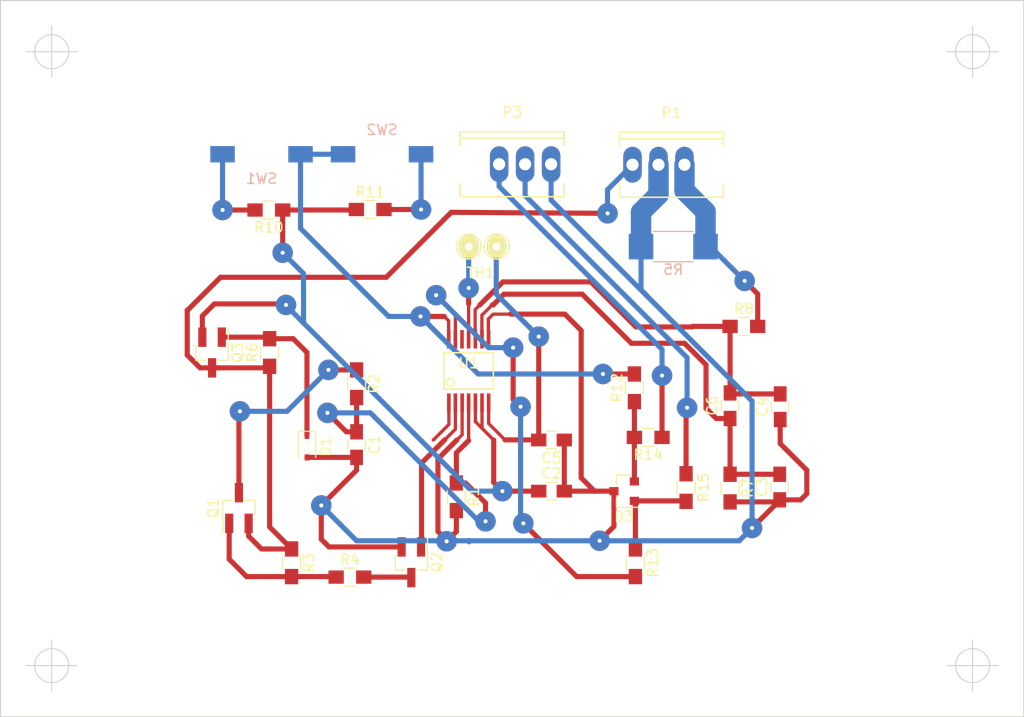
<source format=kicad_pcb>
(kicad_pcb (version 4) (host pcbnew 4.0.0-rc2-stable)

  (general
    (links 57)
    (no_connects 1)
    (area 94.899999 49.899999 218.428572 144.700001)
    (thickness 1.6)
    (drawings 18)
    (tracks 276)
    (zones 0)
    (modules 31)
    (nets 23)
  )

  (page A4)
  (layers
    (0 F.Cu signal hide)
    (31 B.Cu signal)
    (32 B.Adhes user hide)
    (33 F.Adhes user hide)
    (34 B.Paste user hide)
    (35 F.Paste user hide)
    (36 B.SilkS user)
    (37 F.SilkS user)
    (38 B.Mask user hide)
    (39 F.Mask user hide)
    (40 Dwgs.User user hide)
    (41 Cmts.User user hide)
    (42 Eco1.User user hide)
    (43 Eco2.User user hide)
    (44 Edge.Cuts user)
    (45 Margin user hide)
    (46 B.CrtYd user hide)
    (47 F.CrtYd user hide)
    (48 B.Fab user)
    (49 F.Fab user)
  )

  (setup
    (last_trace_width 0.5)
    (user_trace_width 0.32)
    (user_trace_width 2)
    (trace_clearance 0.2)
    (zone_clearance 0.508)
    (zone_45_only no)
    (trace_min 0.32)
    (segment_width 0.2)
    (edge_width 0.1)
    (via_size 2)
    (via_drill 0.4)
    (via_min_size 2)
    (via_min_drill 0.3)
    (uvia_size 0.3)
    (uvia_drill 0.1)
    (uvias_allowed no)
    (uvia_min_size 0.2)
    (uvia_min_drill 0.1)
    (pcb_text_width 0.3)
    (pcb_text_size 1.5 1.5)
    (mod_edge_width 0.15)
    (mod_text_size 1 1)
    (mod_text_width 0.15)
    (pad_size 1.5 1.5)
    (pad_drill 0.6)
    (pad_to_mask_clearance 0)
    (aux_axis_origin 0 0)
    (visible_elements 7FFFA4FF)
    (pcbplotparams
      (layerselection 0x00020_00000000)
      (usegerberextensions false)
      (excludeedgelayer false)
      (linewidth 0.100000)
      (plotframeref true)
      (viasonmask false)
      (mode 1)
      (useauxorigin false)
      (hpglpennumber 1)
      (hpglpenspeed 20)
      (hpglpendiameter 15)
      (hpglpenoverlay 2)
      (psnegative false)
      (psa4output false)
      (plotreference true)
      (plotvalue true)
      (plotinvisibletext false)
      (padsonsilk true)
      (subtractmaskfromsilk false)
      (outputformat 4)
      (mirror false)
      (drillshape 1)
      (scaleselection 1)
      (outputdirectory FabricationOutputs/))
  )

  (net 0 "")
  (net 1 "Net-(C1-Pad1)")
  (net 2 GNDREF)
  (net 3 REG_IN)
  (net 4 "Net-(C3-Pad2)")
  (net 5 "Net-(C4-Pad2)")
  (net 6 REG_25)
  (net 7 "Net-(D1-Pad1)")
  (net 8 "Net-(D3-Pad1)")
  (net 9 "Net-(D3-Pad2)")
  (net 10 /BATT+)
  (net 11 /PACK-)
  (net 12 /SDA)
  (net 13 /SCL)
  (net 14 "Net-(Q1-Pad1)")
  (net 15 "Net-(Q1-Pad3)")
  (net 16 "Net-(Q2-Pad1)")
  (net 17 "Net-(Q2-Pad3)")
  (net 18 "Net-(R10-Pad2)")
  (net 19 "Net-(R11-Pad2)")
  (net 20 "Net-(TH1-Pad2)")
  (net 21 "Net-(R12-Pad2)")
  (net 22 "Net-(R13-Pad2)")

  (net_class Default "Este es el tipo de red por defecto."
    (clearance 0.2)
    (trace_width 0.5)
    (via_dia 2)
    (via_drill 0.4)
    (uvia_dia 0.3)
    (uvia_drill 0.1)
    (add_net /BATT+)
    (add_net /PACK-)
    (add_net /SCL)
    (add_net /SDA)
    (add_net GNDREF)
    (add_net "Net-(C1-Pad1)")
    (add_net "Net-(C3-Pad2)")
    (add_net "Net-(C4-Pad2)")
    (add_net "Net-(D1-Pad1)")
    (add_net "Net-(D3-Pad1)")
    (add_net "Net-(D3-Pad2)")
    (add_net "Net-(Q1-Pad1)")
    (add_net "Net-(Q1-Pad3)")
    (add_net "Net-(Q2-Pad1)")
    (add_net "Net-(Q2-Pad3)")
    (add_net "Net-(R10-Pad2)")
    (add_net "Net-(R11-Pad2)")
    (add_net "Net-(R12-Pad2)")
    (add_net "Net-(R13-Pad2)")
    (add_net "Net-(TH1-Pad2)")
    (add_net REG_25)
    (add_net REG_IN)
  )

  (module myfootprint:C_0805_HandSoldering (layer F.Cu) (tedit 58AA84A8) (tstamp 591964AA)
    (at 134.8 103.4 270)
    (descr "Capacitor SMD 0805, hand soldering")
    (tags "capacitor 0805")
    (path /5911D3BA)
    (attr smd)
    (fp_text reference C1 (at 0 -1.75 270) (layer F.SilkS)
      (effects (font (size 1 1) (thickness 0.15)))
    )
    (fp_text value 3300p (at 0 1.75 270) (layer F.Fab)
      (effects (font (size 1 1) (thickness 0.15)))
    )
    (fp_text user %R (at 0 -1.75 270) (layer F.Fab)
      (effects (font (size 1 1) (thickness 0.15)))
    )
    (fp_line (start -1 0.62) (end -1 -0.62) (layer F.Fab) (width 0.1))
    (fp_line (start 1 0.62) (end -1 0.62) (layer F.Fab) (width 0.1))
    (fp_line (start 1 -0.62) (end 1 0.62) (layer F.Fab) (width 0.1))
    (fp_line (start -1 -0.62) (end 1 -0.62) (layer F.Fab) (width 0.1))
    (fp_line (start 0.5 -0.85) (end -0.5 -0.85) (layer F.SilkS) (width 0.12))
    (fp_line (start -0.5 0.85) (end 0.5 0.85) (layer F.SilkS) (width 0.12))
    (fp_line (start -2.25 -0.88) (end 2.25 -0.88) (layer F.CrtYd) (width 0.05))
    (fp_line (start -2.25 -0.88) (end -2.25 0.87) (layer F.CrtYd) (width 0.05))
    (fp_line (start 2.25 0.87) (end 2.25 -0.88) (layer F.CrtYd) (width 0.05))
    (fp_line (start 2.25 0.87) (end -2.25 0.87) (layer F.CrtYd) (width 0.05))
    (pad 1 smd rect (at -1.25 0 270) (size 1.5 1.25) (layers F.Cu F.Paste F.Mask)
      (net 1 "Net-(C1-Pad1)"))
    (pad 2 smd rect (at 1.25 0 270) (size 1.5 1.25) (layers F.Cu F.Paste F.Mask)
      (net 2 GNDREF))
    (model ../../../../../../DATOS/UNIVERSIDAD/TFG/PCB/packages3D-master/packages3D-master/Capacitors_SMD.3dshapes/C_0805.wrl
      (at (xyz 0 0 0))
      (scale (xyz 1 1 1))
      (rotate (xyz 0 0 0))
    )
  )

  (module myfootprint:C_0805_HandSoldering (layer F.Cu) (tedit 58AA84A8) (tstamp 591964B0)
    (at 153.85 107.95)
    (descr "Capacitor SMD 0805, hand soldering")
    (tags "capacitor 0805")
    (path /5915136A)
    (attr smd)
    (fp_text reference C2 (at 0 -1.75) (layer F.SilkS)
      (effects (font (size 1 1) (thickness 0.15)))
    )
    (fp_text value 0.1u (at 0 1.75) (layer F.Fab)
      (effects (font (size 1 1) (thickness 0.15)))
    )
    (fp_text user %R (at 0 -1.75) (layer F.Fab)
      (effects (font (size 1 1) (thickness 0.15)))
    )
    (fp_line (start -1 0.62) (end -1 -0.62) (layer F.Fab) (width 0.1))
    (fp_line (start 1 0.62) (end -1 0.62) (layer F.Fab) (width 0.1))
    (fp_line (start 1 -0.62) (end 1 0.62) (layer F.Fab) (width 0.1))
    (fp_line (start -1 -0.62) (end 1 -0.62) (layer F.Fab) (width 0.1))
    (fp_line (start 0.5 -0.85) (end -0.5 -0.85) (layer F.SilkS) (width 0.12))
    (fp_line (start -0.5 0.85) (end 0.5 0.85) (layer F.SilkS) (width 0.12))
    (fp_line (start -2.25 -0.88) (end 2.25 -0.88) (layer F.CrtYd) (width 0.05))
    (fp_line (start -2.25 -0.88) (end -2.25 0.87) (layer F.CrtYd) (width 0.05))
    (fp_line (start 2.25 0.87) (end 2.25 -0.88) (layer F.CrtYd) (width 0.05))
    (fp_line (start 2.25 0.87) (end -2.25 0.87) (layer F.CrtYd) (width 0.05))
    (pad 1 smd rect (at -1.25 0) (size 1.5 1.25) (layers F.Cu F.Paste F.Mask)
      (net 3 REG_IN))
    (pad 2 smd rect (at 1.25 0) (size 1.5 1.25) (layers F.Cu F.Paste F.Mask)
      (net 2 GNDREF))
    (model ../../../../../../DATOS/UNIVERSIDAD/TFG/PCB/packages3D-master/packages3D-master/Capacitors_SMD.3dshapes/C_0805.wrl
      (at (xyz 0 0 0))
      (scale (xyz 1 1 1))
      (rotate (xyz 0 0 0))
    )
  )

  (module myfootprint:C_0805_HandSoldering (layer F.Cu) (tedit 58AA84A8) (tstamp 591964B6)
    (at 176.15 107.55 90)
    (descr "Capacitor SMD 0805, hand soldering")
    (tags "capacitor 0805")
    (path /5911D508)
    (attr smd)
    (fp_text reference C3 (at 0 -1.75 90) (layer F.SilkS)
      (effects (font (size 1 1) (thickness 0.15)))
    )
    (fp_text value 0.1u (at 0 1.75 90) (layer F.Fab)
      (effects (font (size 1 1) (thickness 0.15)))
    )
    (fp_text user %R (at 0 -1.75 90) (layer F.Fab)
      (effects (font (size 1 1) (thickness 0.15)))
    )
    (fp_line (start -1 0.62) (end -1 -0.62) (layer F.Fab) (width 0.1))
    (fp_line (start 1 0.62) (end -1 0.62) (layer F.Fab) (width 0.1))
    (fp_line (start 1 -0.62) (end 1 0.62) (layer F.Fab) (width 0.1))
    (fp_line (start -1 -0.62) (end 1 -0.62) (layer F.Fab) (width 0.1))
    (fp_line (start 0.5 -0.85) (end -0.5 -0.85) (layer F.SilkS) (width 0.12))
    (fp_line (start -0.5 0.85) (end 0.5 0.85) (layer F.SilkS) (width 0.12))
    (fp_line (start -2.25 -0.88) (end 2.25 -0.88) (layer F.CrtYd) (width 0.05))
    (fp_line (start -2.25 -0.88) (end -2.25 0.87) (layer F.CrtYd) (width 0.05))
    (fp_line (start 2.25 0.87) (end 2.25 -0.88) (layer F.CrtYd) (width 0.05))
    (fp_line (start 2.25 0.87) (end -2.25 0.87) (layer F.CrtYd) (width 0.05))
    (pad 1 smd rect (at -1.25 0 90) (size 1.5 1.25) (layers F.Cu F.Paste F.Mask)
      (net 2 GNDREF))
    (pad 2 smd rect (at 1.25 0 90) (size 1.5 1.25) (layers F.Cu F.Paste F.Mask)
      (net 4 "Net-(C3-Pad2)"))
    (model ../../../../../../DATOS/UNIVERSIDAD/TFG/PCB/packages3D-master/packages3D-master/Capacitors_SMD.3dshapes/C_0805.wrl
      (at (xyz 0 0 0))
      (scale (xyz 1 1 1))
      (rotate (xyz 0 0 0))
    )
  )

  (module myfootprint:C_0805_HandSoldering (layer F.Cu) (tedit 58AA84A8) (tstamp 591964BC)
    (at 176.2 99.7 90)
    (descr "Capacitor SMD 0805, hand soldering")
    (tags "capacitor 0805")
    (path /5911D57D)
    (attr smd)
    (fp_text reference C4 (at 0 -1.75 90) (layer F.SilkS)
      (effects (font (size 1 1) (thickness 0.15)))
    )
    (fp_text value 0.1u (at 0 1.75 90) (layer F.Fab)
      (effects (font (size 1 1) (thickness 0.15)))
    )
    (fp_text user %R (at 0 -1.75 90) (layer F.Fab)
      (effects (font (size 1 1) (thickness 0.15)))
    )
    (fp_line (start -1 0.62) (end -1 -0.62) (layer F.Fab) (width 0.1))
    (fp_line (start 1 0.62) (end -1 0.62) (layer F.Fab) (width 0.1))
    (fp_line (start 1 -0.62) (end 1 0.62) (layer F.Fab) (width 0.1))
    (fp_line (start -1 -0.62) (end 1 -0.62) (layer F.Fab) (width 0.1))
    (fp_line (start 0.5 -0.85) (end -0.5 -0.85) (layer F.SilkS) (width 0.12))
    (fp_line (start -0.5 0.85) (end 0.5 0.85) (layer F.SilkS) (width 0.12))
    (fp_line (start -2.25 -0.88) (end 2.25 -0.88) (layer F.CrtYd) (width 0.05))
    (fp_line (start -2.25 -0.88) (end -2.25 0.87) (layer F.CrtYd) (width 0.05))
    (fp_line (start 2.25 0.87) (end 2.25 -0.88) (layer F.CrtYd) (width 0.05))
    (fp_line (start 2.25 0.87) (end -2.25 0.87) (layer F.CrtYd) (width 0.05))
    (pad 1 smd rect (at -1.25 0 90) (size 1.5 1.25) (layers F.Cu F.Paste F.Mask)
      (net 2 GNDREF))
    (pad 2 smd rect (at 1.25 0 90) (size 1.5 1.25) (layers F.Cu F.Paste F.Mask)
      (net 5 "Net-(C4-Pad2)"))
    (model ../../../../../../DATOS/UNIVERSIDAD/TFG/PCB/packages3D-master/packages3D-master/Capacitors_SMD.3dshapes/C_0805.wrl
      (at (xyz 0 0 0))
      (scale (xyz 1 1 1))
      (rotate (xyz 0 0 0))
    )
  )

  (module myfootprint:C_0805_HandSoldering (layer F.Cu) (tedit 58AA84A8) (tstamp 591964C2)
    (at 153.85 102.95 180)
    (descr "Capacitor SMD 0805, hand soldering")
    (tags "capacitor 0805")
    (path /5911D5D5)
    (attr smd)
    (fp_text reference C5 (at 0 -1.75 180) (layer F.SilkS)
      (effects (font (size 1 1) (thickness 0.15)))
    )
    (fp_text value 1u (at 0 1.75 180) (layer F.Fab)
      (effects (font (size 1 1) (thickness 0.15)))
    )
    (fp_text user %R (at 0 -1.75 180) (layer F.Fab)
      (effects (font (size 1 1) (thickness 0.15)))
    )
    (fp_line (start -1 0.62) (end -1 -0.62) (layer F.Fab) (width 0.1))
    (fp_line (start 1 0.62) (end -1 0.62) (layer F.Fab) (width 0.1))
    (fp_line (start 1 -0.62) (end 1 0.62) (layer F.Fab) (width 0.1))
    (fp_line (start -1 -0.62) (end 1 -0.62) (layer F.Fab) (width 0.1))
    (fp_line (start 0.5 -0.85) (end -0.5 -0.85) (layer F.SilkS) (width 0.12))
    (fp_line (start -0.5 0.85) (end 0.5 0.85) (layer F.SilkS) (width 0.12))
    (fp_line (start -2.25 -0.88) (end 2.25 -0.88) (layer F.CrtYd) (width 0.05))
    (fp_line (start -2.25 -0.88) (end -2.25 0.87) (layer F.CrtYd) (width 0.05))
    (fp_line (start 2.25 0.87) (end 2.25 -0.88) (layer F.CrtYd) (width 0.05))
    (fp_line (start 2.25 0.87) (end -2.25 0.87) (layer F.CrtYd) (width 0.05))
    (pad 1 smd rect (at -1.25 0 180) (size 1.5 1.25) (layers F.Cu F.Paste F.Mask)
      (net 2 GNDREF))
    (pad 2 smd rect (at 1.25 0 180) (size 1.5 1.25) (layers F.Cu F.Paste F.Mask)
      (net 6 REG_25))
    (model ../../../../../../DATOS/UNIVERSIDAD/TFG/PCB/packages3D-master/packages3D-master/Capacitors_SMD.3dshapes/C_0805.wrl
      (at (xyz 0 0 0))
      (scale (xyz 1 1 1))
      (rotate (xyz 0 0 0))
    )
  )

  (module myfootprint:C_0805_HandSoldering (layer F.Cu) (tedit 58AA84A8) (tstamp 591964C8)
    (at 171.3 99.6 90)
    (descr "Capacitor SMD 0805, hand soldering")
    (tags "capacitor 0805")
    (path /5911D4A4)
    (attr smd)
    (fp_text reference C6 (at 0 -1.75 90) (layer F.SilkS)
      (effects (font (size 1 1) (thickness 0.15)))
    )
    (fp_text value 0.1u (at 0 1.75 90) (layer F.Fab)
      (effects (font (size 1 1) (thickness 0.15)))
    )
    (fp_text user %R (at 0 -1.75 90) (layer F.Fab)
      (effects (font (size 1 1) (thickness 0.15)))
    )
    (fp_line (start -1 0.62) (end -1 -0.62) (layer F.Fab) (width 0.1))
    (fp_line (start 1 0.62) (end -1 0.62) (layer F.Fab) (width 0.1))
    (fp_line (start 1 -0.62) (end 1 0.62) (layer F.Fab) (width 0.1))
    (fp_line (start -1 -0.62) (end 1 -0.62) (layer F.Fab) (width 0.1))
    (fp_line (start 0.5 -0.85) (end -0.5 -0.85) (layer F.SilkS) (width 0.12))
    (fp_line (start -0.5 0.85) (end 0.5 0.85) (layer F.SilkS) (width 0.12))
    (fp_line (start -2.25 -0.88) (end 2.25 -0.88) (layer F.CrtYd) (width 0.05))
    (fp_line (start -2.25 -0.88) (end -2.25 0.87) (layer F.CrtYd) (width 0.05))
    (fp_line (start 2.25 0.87) (end 2.25 -0.88) (layer F.CrtYd) (width 0.05))
    (fp_line (start 2.25 0.87) (end -2.25 0.87) (layer F.CrtYd) (width 0.05))
    (pad 1 smd rect (at -1.25 0 90) (size 1.5 1.25) (layers F.Cu F.Paste F.Mask)
      (net 4 "Net-(C3-Pad2)"))
    (pad 2 smd rect (at 1.25 0 90) (size 1.5 1.25) (layers F.Cu F.Paste F.Mask)
      (net 5 "Net-(C4-Pad2)"))
    (model ../../../../../../DATOS/UNIVERSIDAD/TFG/PCB/packages3D-master/packages3D-master/Capacitors_SMD.3dshapes/C_0805.wrl
      (at (xyz 0 0 0))
      (scale (xyz 1 1 1))
      (rotate (xyz 0 0 0))
    )
  )

  (module myfootprint:SOD-323 (layer F.Cu) (tedit 58641739) (tstamp 591964CE)
    (at 129.95 103.6 270)
    (descr SOD-323)
    (tags SOD-323)
    (path /591512DF)
    (attr smd)
    (fp_text reference D1 (at 0 -1.85 270) (layer F.SilkS)
      (effects (font (size 1 1) (thickness 0.15)))
    )
    (fp_text value BZT52C5V65-7 (at 0.1 1.9 270) (layer F.Fab)
      (effects (font (size 1 1) (thickness 0.15)))
    )
    (fp_text user %R (at 0 -1.85 270) (layer F.Fab)
      (effects (font (size 1 1) (thickness 0.15)))
    )
    (fp_line (start -1.5 -0.85) (end -1.5 0.85) (layer F.SilkS) (width 0.12))
    (fp_line (start 0.2 0) (end 0.45 0) (layer F.Fab) (width 0.1))
    (fp_line (start 0.2 0.35) (end -0.3 0) (layer F.Fab) (width 0.1))
    (fp_line (start 0.2 -0.35) (end 0.2 0.35) (layer F.Fab) (width 0.1))
    (fp_line (start -0.3 0) (end 0.2 -0.35) (layer F.Fab) (width 0.1))
    (fp_line (start -0.3 0) (end -0.5 0) (layer F.Fab) (width 0.1))
    (fp_line (start -0.3 -0.35) (end -0.3 0.35) (layer F.Fab) (width 0.1))
    (fp_line (start -0.9 0.7) (end -0.9 -0.7) (layer F.Fab) (width 0.1))
    (fp_line (start 0.9 0.7) (end -0.9 0.7) (layer F.Fab) (width 0.1))
    (fp_line (start 0.9 -0.7) (end 0.9 0.7) (layer F.Fab) (width 0.1))
    (fp_line (start -0.9 -0.7) (end 0.9 -0.7) (layer F.Fab) (width 0.1))
    (fp_line (start -1.6 -0.95) (end 1.6 -0.95) (layer F.CrtYd) (width 0.05))
    (fp_line (start 1.6 -0.95) (end 1.6 0.95) (layer F.CrtYd) (width 0.05))
    (fp_line (start -1.6 0.95) (end 1.6 0.95) (layer F.CrtYd) (width 0.05))
    (fp_line (start -1.6 -0.95) (end -1.6 0.95) (layer F.CrtYd) (width 0.05))
    (fp_line (start -1.5 0.85) (end 1.05 0.85) (layer F.SilkS) (width 0.12))
    (fp_line (start -1.5 -0.85) (end 1.05 -0.85) (layer F.SilkS) (width 0.12))
    (pad 1 smd rect (at -1.05 0 270) (size 0.6 0.45) (layers F.Cu F.Paste F.Mask)
      (net 7 "Net-(D1-Pad1)"))
    (pad 2 smd rect (at 1.05 0 270) (size 0.6 0.45) (layers F.Cu F.Paste F.Mask)
      (net 2 GNDREF))
    (model ../../../../../../DATOS/UNIVERSIDAD/TFG/PCB/packages3D-master/packages3D-master/Diodes_SMD.3dshapes/D_SOD-323.wrl
      (at (xyz 0 0 0))
      (scale (xyz 1 1 1))
      (rotate (xyz 0 0 0))
    )
  )

  (module myfootprint:BSS84-SOT-23_Handsoldering (layer F.Cu) (tedit 59152270) (tstamp 591964F9)
    (at 123.3 109.6 90)
    (descr "SOT-23, Handsoldering")
    (tags SOT-23)
    (path /5911E733)
    (attr smd)
    (fp_text reference Q1 (at 0 -2.5 90) (layer F.SilkS)
      (effects (font (size 1 1) (thickness 0.15)))
    )
    (fp_text value BSS84 (at 0 2.5 90) (layer F.Fab)
      (effects (font (size 1 1) (thickness 0.15)))
    )
    (fp_text user s (at -4.1 1.1 90) (layer F.Fab)
      (effects (font (size 1 1) (thickness 0.15)))
    )
    (fp_text user g (at -4.1 -1.2 90) (layer F.Fab)
      (effects (font (size 1 1) (thickness 0.15)))
    )
    (fp_text user d (at 3.9 -0.1 90) (layer F.Fab)
      (effects (font (size 1 1) (thickness 0.15)))
    )
    (fp_line (start 0.76 1.58) (end 0.76 0.65) (layer F.SilkS) (width 0.12))
    (fp_line (start 0.76 -1.58) (end 0.76 -0.65) (layer F.SilkS) (width 0.12))
    (fp_line (start -2.7 -1.75) (end 2.7 -1.75) (layer F.CrtYd) (width 0.05))
    (fp_line (start 2.7 -1.75) (end 2.7 1.75) (layer F.CrtYd) (width 0.05))
    (fp_line (start 2.7 1.75) (end -2.7 1.75) (layer F.CrtYd) (width 0.05))
    (fp_line (start -2.7 1.75) (end -2.7 -1.75) (layer F.CrtYd) (width 0.05))
    (fp_line (start 0.76 -1.58) (end -2.4 -1.58) (layer F.SilkS) (width 0.12))
    (fp_line (start -0.7 -0.95) (end -0.7 1.5) (layer F.Fab) (width 0.1))
    (fp_line (start -0.15 -1.52) (end 0.7 -1.52) (layer F.Fab) (width 0.1))
    (fp_line (start -0.7 -0.95) (end -0.15 -1.52) (layer F.Fab) (width 0.1))
    (fp_line (start 0.7 -1.52) (end 0.7 1.52) (layer F.Fab) (width 0.1))
    (fp_line (start -0.7 1.52) (end 0.7 1.52) (layer F.Fab) (width 0.1))
    (fp_line (start 0.76 1.58) (end -0.7 1.58) (layer F.SilkS) (width 0.12))
    (pad 1 smd rect (at -1.5 -0.95 90) (size 1.9 0.8) (layers F.Cu F.Paste F.Mask)
      (net 14 "Net-(Q1-Pad1)"))
    (pad 2 smd rect (at -1.5 0.95 90) (size 1.9 0.8) (layers F.Cu F.Paste F.Mask)
      (net 10 /BATT+))
    (pad 3 smd rect (at 1.5 0 90) (size 1.9 0.8) (layers F.Cu F.Paste F.Mask)
      (net 15 "Net-(Q1-Pad3)"))
    (model ../../../../../../DATOS/UNIVERSIDAD/TFG/PCB/packages3D-master/packages3D-master/TO_SOT_Packages_SMD.3dshapes/SOT-23.wrl
      (at (xyz 0 0 0))
      (scale (xyz 1 1 1))
      (rotate (xyz 0 0 0))
    )
  )

  (module myfootprint:BSS138-SOT-23_Handsoldering (layer F.Cu) (tedit 591522E8) (tstamp 59196500)
    (at 140.15 114.9 270)
    (descr "SOT-23, Handsoldering")
    (tags SOT-23)
    (path /59150B8E)
    (attr smd)
    (fp_text reference Q2 (at 0 -2.5 270) (layer F.SilkS)
      (effects (font (size 1 1) (thickness 0.15)))
    )
    (fp_text value BSS138 (at 0 2.5 270) (layer F.Fab)
      (effects (font (size 1 1) (thickness 0.15)))
    )
    (fp_text user s (at -4.1 1.1 270) (layer F.Fab)
      (effects (font (size 1 1) (thickness 0.15)))
    )
    (fp_text user g (at -4.1 -1.2 270) (layer F.Fab)
      (effects (font (size 1 1) (thickness 0.15)))
    )
    (fp_text user d (at 3.9 -0.1 270) (layer F.Fab)
      (effects (font (size 1 1) (thickness 0.15)))
    )
    (fp_line (start 0.76 1.58) (end 0.76 0.65) (layer F.SilkS) (width 0.12))
    (fp_line (start 0.76 -1.58) (end 0.76 -0.65) (layer F.SilkS) (width 0.12))
    (fp_line (start -2.7 -1.75) (end 2.7 -1.75) (layer F.CrtYd) (width 0.05))
    (fp_line (start 2.7 -1.75) (end 2.7 1.75) (layer F.CrtYd) (width 0.05))
    (fp_line (start 2.7 1.75) (end -2.7 1.75) (layer F.CrtYd) (width 0.05))
    (fp_line (start -2.7 1.75) (end -2.7 -1.75) (layer F.CrtYd) (width 0.05))
    (fp_line (start 0.76 -1.58) (end -2.4 -1.58) (layer F.SilkS) (width 0.12))
    (fp_line (start -0.7 -0.95) (end -0.7 1.5) (layer F.Fab) (width 0.1))
    (fp_line (start -0.15 -1.52) (end 0.7 -1.52) (layer F.Fab) (width 0.1))
    (fp_line (start -0.7 -0.95) (end -0.15 -1.52) (layer F.Fab) (width 0.1))
    (fp_line (start 0.7 -1.52) (end 0.7 1.52) (layer F.Fab) (width 0.1))
    (fp_line (start -0.7 1.52) (end 0.7 1.52) (layer F.Fab) (width 0.1))
    (fp_line (start 0.76 1.58) (end -0.7 1.58) (layer F.SilkS) (width 0.12))
    (pad 1 smd rect (at -1.5 -0.95 270) (size 1.9 0.8) (layers F.Cu F.Paste F.Mask)
      (net 16 "Net-(Q2-Pad1)"))
    (pad 2 smd rect (at -1.5 0.95 270) (size 1.9 0.8) (layers F.Cu F.Paste F.Mask)
      (net 2 GNDREF))
    (pad 3 smd rect (at 1.5 0 270) (size 1.9 0.8) (layers F.Cu F.Paste F.Mask)
      (net 17 "Net-(Q2-Pad3)"))
    (model ${KISYS3DMOD}/TO_SOT_Packages_SMD.3dshapes\SOT-23.wrl
      (at (xyz 0 0 0))
      (scale (xyz 1 1 1))
      (rotate (xyz 0 0 0))
    )
    (model ../../../../../../DATOS/UNIVERSIDAD/TFG/PCB/packages3D-master/packages3D-master/TO_SOT_Packages_SMD.3dshapes/SOT-23.wrl
      (at (xyz 0 0 0))
      (scale (xyz 1 1 1))
      (rotate (xyz 0 0 0))
    )
  )

  (module myfootprint:SOT-23_Handsoldering (layer F.Cu) (tedit 59152341) (tstamp 59196507)
    (at 120.675 94.4 270)
    (descr "SOT-23, Handsoldering")
    (tags SOT-23)
    (path /5915105A)
    (attr smd)
    (fp_text reference Q3 (at 0 -2.5 270) (layer F.SilkS)
      (effects (font (size 1 1) (thickness 0.15)))
    )
    (fp_text value 2N7002 (at 0 2.5 270) (layer F.Fab)
      (effects (font (size 1 1) (thickness 0.15)))
    )
    (fp_text user s (at -4.1 1.1 270) (layer F.Fab)
      (effects (font (size 1 1) (thickness 0.15)))
    )
    (fp_text user g (at -4.1 -1.2 270) (layer F.Fab)
      (effects (font (size 1 1) (thickness 0.15)))
    )
    (fp_text user d (at 3.9 -0.1 270) (layer F.Fab)
      (effects (font (size 1 1) (thickness 0.15)))
    )
    (fp_line (start 0.76 1.58) (end 0.76 0.65) (layer F.SilkS) (width 0.12))
    (fp_line (start 0.76 -1.58) (end 0.76 -0.65) (layer F.SilkS) (width 0.12))
    (fp_line (start -2.7 -1.75) (end 2.7 -1.75) (layer F.CrtYd) (width 0.05))
    (fp_line (start 2.7 -1.75) (end 2.7 1.75) (layer F.CrtYd) (width 0.05))
    (fp_line (start 2.7 1.75) (end -2.7 1.75) (layer F.CrtYd) (width 0.05))
    (fp_line (start -2.7 1.75) (end -2.7 -1.75) (layer F.CrtYd) (width 0.05))
    (fp_line (start 0.76 -1.58) (end -2.4 -1.58) (layer F.SilkS) (width 0.12))
    (fp_line (start -0.7 -0.95) (end -0.7 1.5) (layer F.Fab) (width 0.1))
    (fp_line (start -0.15 -1.52) (end 0.7 -1.52) (layer F.Fab) (width 0.1))
    (fp_line (start -0.7 -0.95) (end -0.15 -1.52) (layer F.Fab) (width 0.1))
    (fp_line (start 0.7 -1.52) (end 0.7 1.52) (layer F.Fab) (width 0.1))
    (fp_line (start -0.7 1.52) (end 0.7 1.52) (layer F.Fab) (width 0.1))
    (fp_line (start 0.76 1.58) (end -0.7 1.58) (layer F.SilkS) (width 0.12))
    (pad 1 smd rect (at -1.5 -0.95 270) (size 1.9 0.8) (layers F.Cu F.Paste F.Mask)
      (net 7 "Net-(D1-Pad1)"))
    (pad 2 smd rect (at -1.5 0.95 270) (size 1.9 0.8) (layers F.Cu F.Paste F.Mask)
      (net 3 REG_IN))
    (pad 3 smd rect (at 1.5 0 270) (size 1.9 0.8) (layers F.Cu F.Paste F.Mask)
      (net 10 /BATT+))
    (model ../../../../../../DATOS/UNIVERSIDAD/TFG/PCB/packages3D-master/packages3D-master/TO_SOT_Packages_SMD.3dshapes/SOT-23.wrl
      (at (xyz 0 0 0))
      (scale (xyz 1 1 1))
      (rotate (xyz 0 0 0))
    )
  )

  (module myfootprint:SSOP-14-Bq (layer F.Cu) (tedit 5919632F) (tstamp 5919657E)
    (at 145.75 96.2)
    (path /5917785A)
    (attr smd)
    (fp_text reference U1 (at 0 -0.762) (layer F.SilkS)
      (effects (font (size 1 1) (thickness 0.15)))
    )
    (fp_text value bq34z100pw (at 0 0.508) (layer F.Fab)
      (effects (font (size 1 1) (thickness 0.15)))
    )
    (fp_line (start -2.413 -1.778) (end 2.413 -1.778) (layer F.SilkS) (width 0.15))
    (fp_line (start 2.413 -1.778) (end 2.413 1.778) (layer F.SilkS) (width 0.15))
    (fp_line (start 2.413 1.778) (end -2.413 1.778) (layer F.SilkS) (width 0.15))
    (fp_line (start -2.413 1.778) (end -2.413 -1.778) (layer F.SilkS) (width 0.15))
    (fp_circle (center -1.778 1.143) (end -2.159 1.143) (layer F.SilkS) (width 0.15))
    (pad 1 smd rect (at -1.9304 2.794) (size 0.35 1.8) (drill (offset 0 0.3)) (layers F.Cu F.Paste F.Mask)
      (net 2 GNDREF))
    (pad 2 smd rect (at -1.2954 2.794) (size 0.35 1.8) (drill (offset 0 0.3)) (layers F.Cu F.Paste F.Mask)
      (net 16 "Net-(Q2-Pad1)"))
    (pad 3 smd rect (at -0.635 2.794) (size 0.35 1.8) (drill (offset 0 0.3)) (layers F.Cu F.Paste F.Mask)
      (net 2 GNDREF))
    (pad 4 smd rect (at 0 2.794) (size 0.35 1.8) (drill (offset 0 0.3)) (layers F.Cu F.Paste F.Mask)
      (net 1 "Net-(C1-Pad1)"))
    (pad 5 smd rect (at 0.6604 2.794) (size 0.35 1.8) (drill (offset 0 0.3)) (layers F.Cu F.Paste F.Mask)
      (net 3 REG_IN))
    (pad 6 smd rect (at 1.3081 2.794) (size 0.35 1.8) (drill (offset 0 0.3)) (layers F.Cu F.Paste F.Mask)
      (net 3 REG_IN))
    (pad 7 smd rect (at 1.9558 2.794) (size 0.35 1.8) (drill (offset 0 0.3)) (layers F.Cu F.Paste F.Mask)
      (net 6 REG_25))
    (pad 8 smd rect (at 1.9558 -2.794) (size 0.35 1.8) (drill (offset 0 -0.3)) (layers F.Cu F.Paste F.Mask)
      (net 2 GNDREF))
    (pad 9 smd rect (at 1.3081 -2.794) (size 0.35 1.8) (drill (offset 0 -0.3)) (layers F.Cu F.Paste F.Mask)
      (net 4 "Net-(C3-Pad2)"))
    (pad 10 smd rect (at 0.6604 -2.794) (size 0.35 1.8) (drill (offset 0 -0.3)) (layers F.Cu F.Paste F.Mask)
      (net 5 "Net-(C4-Pad2)"))
    (pad 11 smd rect (at 0 -2.794) (size 0.35 1.8) (drill (offset 0 -0.3)) (layers F.Cu F.Paste F.Mask)
      (net 20 "Net-(TH1-Pad2)"))
    (pad 12 smd rect (at -0.6477 -2.794) (size 0.35 1.8) (drill (offset 0 -0.3)) (layers F.Cu F.Paste F.Mask))
    (pad 13 smd rect (at -1.2954 -2.794) (size 0.35 1.8) (drill (offset 0 -0.3)) (layers F.Cu F.Paste F.Mask)
      (net 22 "Net-(R13-Pad2)"))
    (pad 14 smd rect (at -1.9431 -2.794) (size 0.35 1.8) (drill (offset 0 -0.3)) (layers F.Cu F.Paste F.Mask)
      (net 21 "Net-(R12-Pad2)"))
    (model ../../../../../../DATOS/UNIVERSIDAD/TFG/PCB/packages3D-master/packages3D-master/Housings_SSOP.3dshapes/TSSOP-14_4.4x5mm_Pitch0.65mm.wrl
      (at (xyz 0 0 0))
      (scale (xyz 1 1 1))
      (rotate (xyz 0 0 -90))
    )
  )

  (module myfootprint:Thermistor (layer F.Cu) (tedit 591AC786) (tstamp 591ACB64)
    (at 148.475 84.05 180)
    (descr "Resistor, Axial_DIN0204 series, Axial, Vertical, pin pitch=1.9mm, 0.16666666666666666W = 1/6W, length*diameter=3.6*1.6mm^2, http://cdn-reichelt.de/documents/datenblatt/B400/1_4W%23YAG.pdf")
    (tags "Resistor Axial_DIN0204 series Axial Vertical pin pitch 1.9mm 0.16666666666666666W = 1/6W length 3.6mm diameter 1.6mm")
    (path /59163373)
    (fp_text reference TH1 (at 1.55 -2.56 180) (layer F.SilkS)
      (effects (font (size 1 1) (thickness 0.15)))
    )
    (fp_text value 10K (at 0.65 3.26 180) (layer F.Fab)
      (effects (font (size 1 1) (thickness 0.15)))
    )
    (fp_circle (center -0.01 0.01) (end 1.05 -0.61) (layer F.SilkS) (width 0.15))
    (fp_circle (center 2.71 0) (end 3.43 -0.97) (layer F.SilkS) (width 0.15))
    (fp_circle (center 2.7 0) (end 3.4 -0.91) (layer F.Fab) (width 0.15))
    (fp_circle (center 0 0) (end 0.35 -1.1) (layer F.Fab) (width 0.15))
    (fp_line (start -1.8 -1.6) (end 4.5 -1.6) (layer F.CrtYd) (width 0.15))
    (fp_line (start 4.5 -1.6) (end 4.4 1.7) (layer F.CrtYd) (width 0.15))
    (fp_line (start 4.4 1.7) (end -1.8 1.7) (layer F.CrtYd) (width 0.15))
    (fp_line (start -1.8 1.7) (end -1.8 -1.6) (layer F.CrtYd) (width 0.15))
    (fp_line (start 0 0) (end 2.7 0) (layer F.Fab) (width 0.15))
    (fp_line (start 0.86 0) (end 0.9 0) (layer F.SilkS) (width 0.12))
    (pad 2 thru_hole oval (at 2.7 0 180) (size 1.8 2.2) (drill 0.762) (layers *.Cu *.Mask F.SilkS)
      (net 20 "Net-(TH1-Pad2)"))
    (pad 1 thru_hole oval (at 0 0 180) (size 1.8 2.2) (drill 0.762) (layers *.Cu *.Mask F.SilkS)
      (net 6 REG_25))
  )

  (module myfootprint:D_SOT-23_NKA (layer F.Cu) (tedit 591ACB69) (tstamp 591AD3E0)
    (at 160.95 107.95 180)
    (descr "SOT-23, Single Diode")
    (tags SOT-23)
    (path /5915CB10)
    (attr smd)
    (fp_text reference D3 (at 0 -2.5 180) (layer F.SilkS)
      (effects (font (size 1 1) (thickness 0.15)))
    )
    (fp_text value AZ23C5V6-7 (at 0 2.5 180) (layer F.Fab)
      (effects (font (size 1 1) (thickness 0.15)))
    )
    (fp_line (start -0.13 -0.49) (end -0.13 -0.89) (layer F.Fab) (width 0.1))
    (fp_line (start -0.13 -0.69) (end -0.38 -0.69) (layer F.Fab) (width 0.1))
    (fp_line (start -0.13 -0.69) (end 0.17 -0.49) (layer F.Fab) (width 0.1))
    (fp_line (start 0.17 -0.49) (end 0.17 -0.89) (layer F.Fab) (width 0.1))
    (fp_line (start 0.17 -0.89) (end -0.13 -0.69) (layer F.Fab) (width 0.1))
    (fp_line (start 0.17 -0.69) (end 0.42 -0.69) (layer F.Fab) (width 0.1))
    (fp_text user %R (at 0 -2.5 180) (layer F.Fab)
      (effects (font (size 1 1) (thickness 0.15)))
    )
    (fp_line (start 0.15 0.45) (end 0.4 0.45) (layer F.Fab) (width 0.1))
    (fp_line (start 0.15 0.25) (end -0.15 0.45) (layer F.Fab) (width 0.1))
    (fp_line (start 0.15 0.65) (end 0.15 0.25) (layer F.Fab) (width 0.1))
    (fp_line (start -0.15 0.45) (end 0.15 0.65) (layer F.Fab) (width 0.1))
    (fp_line (start -0.15 0.45) (end -0.4 0.45) (layer F.Fab) (width 0.1))
    (fp_line (start -0.15 0.65) (end -0.15 0.25) (layer F.Fab) (width 0.1))
    (fp_line (start 0.76 1.58) (end 0.76 0.65) (layer F.SilkS) (width 0.12))
    (fp_line (start 0.76 -1.58) (end 0.76 -0.65) (layer F.SilkS) (width 0.12))
    (fp_line (start 0.7 -1.52) (end 0.7 1.52) (layer F.Fab) (width 0.1))
    (fp_line (start -0.7 1.52) (end 0.7 1.52) (layer F.Fab) (width 0.1))
    (fp_line (start -1.7 -1.75) (end 1.7 -1.75) (layer F.CrtYd) (width 0.05))
    (fp_line (start 1.7 -1.75) (end 1.7 1.75) (layer F.CrtYd) (width 0.05))
    (fp_line (start 1.7 1.75) (end -1.7 1.75) (layer F.CrtYd) (width 0.05))
    (fp_line (start -1.7 1.75) (end -1.7 -1.75) (layer F.CrtYd) (width 0.05))
    (fp_line (start 0.76 -1.58) (end -1.4 -1.58) (layer F.SilkS) (width 0.12))
    (fp_line (start -0.7 -1.52) (end 0.7 -1.52) (layer F.Fab) (width 0.1))
    (fp_line (start -0.7 -1.52) (end -0.7 1.52) (layer F.Fab) (width 0.1))
    (fp_line (start 0.76 1.58) (end -0.7 1.58) (layer F.SilkS) (width 0.12))
    (pad 2 smd rect (at -1 -0.95 180) (size 0.9 0.8) (layers F.Cu F.Paste F.Mask)
      (net 9 "Net-(D3-Pad2)"))
    (pad 1 smd rect (at -1 0.95 180) (size 0.9 0.8) (layers F.Cu F.Paste F.Mask)
      (net 8 "Net-(D3-Pad1)"))
    (pad 3 smd rect (at 1 0 180) (size 0.9 0.8) (layers F.Cu F.Paste F.Mask)
      (net 2 GNDREF))
    (model ../../../../../../DATOS/UNIVERSIDAD/TFG/PCB/packages3D-master/packages3D-master/Diodes_SMD.3dshapes/D_SOT-23.wrl
      (at (xyz 0 0 0))
      (scale (xyz 1 1 1))
      (rotate (xyz 0 0 0))
    )
  )

  (module myfootprint:Con3,123- (layer F.Cu) (tedit 591D43E5) (tstamp 591D4AA9)
    (at 165.575 76.05)
    (descr "Socket, MOLEX, KK, RM 2.54mm, Lock, 4pin, straight,")
    (tags "Socket, MOLEX, KK, RM 2.54mm, Lock, 4pin, straight,")
    (path /591D61DF)
    (fp_text reference P1 (at 0 -5.08) (layer F.SilkS)
      (effects (font (size 1 1) (thickness 0.15)))
    )
    (fp_text value Con3,123* (at 0 5.08) (layer F.Fab)
      (effects (font (size 1 1) (thickness 0.15)))
    )
    (fp_line (start 5.08 -2.54) (end -5.08 -2.54) (layer F.SilkS) (width 0.15))
    (fp_line (start 5.08 1.905) (end 5.08 3.175) (layer F.SilkS) (width 0.15))
    (fp_line (start -5.08 -1.905) (end -5.08 -3.175) (layer F.SilkS) (width 0.15))
    (fp_line (start -5.08 -3.175) (end 5.08 -3.175) (layer F.SilkS) (width 0.15))
    (fp_line (start 5.08 -3.175) (end 5.08 -1.905) (layer F.SilkS) (width 0.15))
    (fp_line (start 5.08 3.175) (end -5.08 3.175) (layer F.SilkS) (width 0.15))
    (fp_line (start -5.08 3.175) (end -5.08 1.905) (layer F.SilkS) (width 0.15))
    (pad 1 thru_hole oval (at -3.81 0) (size 1.80086 3.50012) (drill 1.19888) (layers *.Cu *.Mask)
      (net 10 /BATT+))
    (pad 2 thru_hole oval (at -1.27 0) (size 1.80086 3.50012) (drill 1.19888) (layers *.Cu *.Mask)
      (net 2 GNDREF))
    (pad 3 thru_hole oval (at 1.27 0) (size 1.80086 3.50012) (drill 1.19888) (layers *.Cu *.Mask)
      (net 11 /PACK-))
    (model ../../../../../../DATOS/UNIVERSIDAD/TFG/PCB/myfootprint.pretty/molex4.wrl
      (at (xyz 0 0.29 0.042))
      (scale (xyz 3 3 3))
      (rotate (xyz 0 180 0))
    )
  )

  (module myfootprint:Con3,-234 (layer F.Cu) (tedit 591D44A4) (tstamp 591D4AC4)
    (at 150 76)
    (descr "Socket, MOLEX, KK, RM 2.54mm, Lock, 4pin, straight,")
    (tags "Socket, MOLEX, KK, RM 2.54mm, Lock, 4pin, straight,")
    (path /591D5800)
    (fp_text reference P3 (at 0 -5.08) (layer F.SilkS)
      (effects (font (size 1 1) (thickness 0.15)))
    )
    (fp_text value Con3,*234 (at 0 5.08) (layer F.Fab)
      (effects (font (size 1 1) (thickness 0.15)))
    )
    (fp_line (start 5.08 -2.54) (end -5.08 -2.54) (layer F.SilkS) (width 0.15))
    (fp_line (start 5.08 1.905) (end 5.08 3.175) (layer F.SilkS) (width 0.15))
    (fp_line (start -5.08 -1.905) (end -5.08 -3.175) (layer F.SilkS) (width 0.15))
    (fp_line (start -5.08 -3.175) (end 5.08 -3.175) (layer F.SilkS) (width 0.15))
    (fp_line (start 5.08 -3.175) (end 5.08 -1.905) (layer F.SilkS) (width 0.15))
    (fp_line (start 5.08 3.175) (end -5.08 3.175) (layer F.SilkS) (width 0.15))
    (fp_line (start -5.08 3.175) (end -5.08 1.905) (layer F.SilkS) (width 0.15))
    (pad 2 thru_hole oval (at -1.27 0) (size 1.80086 3.50012) (drill 1.19888) (layers *.Cu *.Mask)
      (net 12 /SDA))
    (pad 3 thru_hole oval (at 1.27 0) (size 1.80086 3.50012) (drill 1.19888) (layers *.Cu *.Mask)
      (net 13 /SCL))
    (pad 4 thru_hole oval (at 3.81 0) (size 1.80086 3.50012) (drill 1.19888) (layers *.Cu *.Mask)
      (net 2 GNDREF))
    (model ../../../../../../DATOS/UNIVERSIDAD/TFG/PCB/myfootprint.pretty/molex4.wrl
      (at (xyz 0 0.29 0.042))
      (scale (xyz 3 3 3))
      (rotate (xyz 0 180 0))
    )
  )

  (module myfootprint:DIP-2_LongPads (layer B.Cu) (tedit 59605560) (tstamp 596193C2)
    (at 121.7 75.025)
    (descr "4-lead dip package, row spacing 7.62 mm (300 mils), LongPads")
    (tags "DIL DIP PDIP 2.54mm 7.62mm 300mil LongPads")
    (path /59607E79)
    (fp_text reference SW1 (at 3.81 2.39) (layer B.SilkS)
      (effects (font (size 1 1) (thickness 0.15)) (justify mirror))
    )
    (fp_text value SPST (at 3.81 -3.556) (layer B.Fab)
      (effects (font (size 1 1) (thickness 0.15)) (justify mirror))
    )
    (fp_line (start -1.524 1.5875) (end 9.0805 1.5875) (layer B.CrtYd) (width 0.15))
    (fp_line (start 9.0805 1.5875) (end 9.0805 -2.159) (layer B.CrtYd) (width 0.15))
    (fp_line (start 9.0805 -2.159) (end -1.524 -2.159) (layer B.CrtYd) (width 0.15))
    (fp_line (start -1.524 -2.159) (end -1.524 1.5875) (layer B.CrtYd) (width 0.15))
    (fp_line (start 6.985 -1.524) (end 6.985 1.397) (layer B.Fab) (width 0.15))
    (fp_line (start 6.985 1.397) (end 0.635 1.397) (layer B.Fab) (width 0.15))
    (fp_line (start 0.635 1.397) (end 0.635 -1.524) (layer B.Fab) (width 0.15))
    (fp_line (start 6.985 -1.524) (end 0.635 -1.524) (layer B.Fab) (width 0.15))
    (fp_text user %R (at 4.191 0) (layer B.Fab)
      (effects (font (size 1 1) (thickness 0.15)) (justify mirror))
    )
    (pad 1 smd rect (at 0 0) (size 2.4 1.6) (layers B.Cu B.Paste B.Mask)
      (net 18 "Net-(R10-Pad2)"))
    (pad 2 smd rect (at 7.62 0) (size 2.4 1.6) (layers B.Cu B.Paste B.Mask)
      (net 21 "Net-(R12-Pad2)"))
    (model ../../../../../../DATOS/UNIVERSIDAD/TFG/PCB/myfootprint.pretty/43613.wrl
      (at (xyz 0.15 0 0))
      (scale (xyz 2 2 1))
      (rotate (xyz 0 0 90))
    )
  )

  (module myfootprint:DIP-2_LongPads (layer B.Cu) (tedit 59605560) (tstamp 596193D1)
    (at 141.1 75.025 180)
    (descr "4-lead dip package, row spacing 7.62 mm (300 mils), LongPads")
    (tags "DIL DIP PDIP 2.54mm 7.62mm 300mil LongPads")
    (path /59607F6E)
    (fp_text reference SW2 (at 3.81 2.39 180) (layer B.SilkS)
      (effects (font (size 1 1) (thickness 0.15)) (justify mirror))
    )
    (fp_text value SPST (at 3.81 -3.556 180) (layer B.Fab)
      (effects (font (size 1 1) (thickness 0.15)) (justify mirror))
    )
    (fp_line (start -1.524 1.5875) (end 9.0805 1.5875) (layer B.CrtYd) (width 0.15))
    (fp_line (start 9.0805 1.5875) (end 9.0805 -2.159) (layer B.CrtYd) (width 0.15))
    (fp_line (start 9.0805 -2.159) (end -1.524 -2.159) (layer B.CrtYd) (width 0.15))
    (fp_line (start -1.524 -2.159) (end -1.524 1.5875) (layer B.CrtYd) (width 0.15))
    (fp_line (start 6.985 -1.524) (end 6.985 1.397) (layer B.Fab) (width 0.15))
    (fp_line (start 6.985 1.397) (end 0.635 1.397) (layer B.Fab) (width 0.15))
    (fp_line (start 0.635 1.397) (end 0.635 -1.524) (layer B.Fab) (width 0.15))
    (fp_line (start 6.985 -1.524) (end 0.635 -1.524) (layer B.Fab) (width 0.15))
    (fp_text user %R (at 4.191 0 180) (layer B.Fab)
      (effects (font (size 1 1) (thickness 0.15)) (justify mirror))
    )
    (pad 1 smd rect (at 0 0 180) (size 2.4 1.6) (layers B.Cu B.Paste B.Mask)
      (net 19 "Net-(R11-Pad2)"))
    (pad 2 smd rect (at 7.62 0 180) (size 2.4 1.6) (layers B.Cu B.Paste B.Mask)
      (net 21 "Net-(R12-Pad2)"))
    (model ../../../../../../DATOS/UNIVERSIDAD/TFG/PCB/myfootprint.pretty/43613.wrl
      (at (xyz 0.15 0 0))
      (scale (xyz 2 2 1))
      (rotate (xyz 0 0 90))
    )
  )

  (module myfootprint:R_0805_My_HandSoldering (layer F.Cu) (tedit 58E0A804) (tstamp 596195AF)
    (at 144.55 108.5 270)
    (descr "Resistor SMD 0805, hand soldering")
    (tags "resistor 0805")
    (path /5911CD4E)
    (attr smd)
    (fp_text reference R1 (at 0 -1.7 270) (layer F.SilkS)
      (effects (font (size 1 1) (thickness 0.15)))
    )
    (fp_text value 16.5k (at 0 1.75 270) (layer F.Fab)
      (effects (font (size 1 1) (thickness 0.15)))
    )
    (fp_text user %R (at 0 0 270) (layer F.Fab)
      (effects (font (size 0.5 0.5) (thickness 0.075)))
    )
    (fp_line (start -1 0.62) (end -1 -0.62) (layer F.Fab) (width 0.1))
    (fp_line (start 1 0.62) (end -1 0.62) (layer F.Fab) (width 0.1))
    (fp_line (start 1 -0.62) (end 1 0.62) (layer F.Fab) (width 0.1))
    (fp_line (start -1 -0.62) (end 1 -0.62) (layer F.Fab) (width 0.1))
    (fp_line (start 0.6 0.88) (end -0.6 0.88) (layer F.SilkS) (width 0.12))
    (fp_line (start -0.6 -0.88) (end 0.6 -0.88) (layer F.SilkS) (width 0.12))
    (fp_line (start -2.35 -0.9) (end 2.35 -0.9) (layer F.CrtYd) (width 0.05))
    (fp_line (start -2.35 -0.9) (end -2.35 0.9) (layer F.CrtYd) (width 0.05))
    (fp_line (start 2.35 0.9) (end 2.35 -0.9) (layer F.CrtYd) (width 0.05))
    (fp_line (start 2.35 0.9) (end -2.35 0.9) (layer F.CrtYd) (width 0.05))
    (pad 1 smd rect (at -1.35 0 270) (size 1.5 1.3) (layers F.Cu F.Paste F.Mask)
      (net 1 "Net-(C1-Pad1)"))
    (pad 2 smd rect (at 1.35 0 270) (size 1.5 1.3) (layers F.Cu F.Paste F.Mask)
      (net 2 GNDREF))
    (model ../../../../../../DATOS/UNIVERSIDAD/TFG/PCB/myfootprint.pretty/R_0805.wrl
      (at (xyz 0 0 0))
      (scale (xyz 1 1 1))
      (rotate (xyz 0 0 0))
    )
  )

  (module myfootprint:R_0805_My_HandSoldering (layer F.Cu) (tedit 58E0A804) (tstamp 596195BF)
    (at 134.8 97.45 270)
    (descr "Resistor SMD 0805, hand soldering")
    (tags "resistor 0805")
    (path /5911CDD9)
    (attr smd)
    (fp_text reference R2 (at 0 -1.7 270) (layer F.SilkS)
      (effects (font (size 1 1) (thickness 0.15)))
    )
    (fp_text value Customizable (at 0 1.75 270) (layer F.Fab)
      (effects (font (size 1 1) (thickness 0.15)))
    )
    (fp_text user %R (at 0 0 270) (layer F.Fab)
      (effects (font (size 0.5 0.5) (thickness 0.075)))
    )
    (fp_line (start -1 0.62) (end -1 -0.62) (layer F.Fab) (width 0.1))
    (fp_line (start 1 0.62) (end -1 0.62) (layer F.Fab) (width 0.1))
    (fp_line (start 1 -0.62) (end 1 0.62) (layer F.Fab) (width 0.1))
    (fp_line (start -1 -0.62) (end 1 -0.62) (layer F.Fab) (width 0.1))
    (fp_line (start 0.6 0.88) (end -0.6 0.88) (layer F.SilkS) (width 0.12))
    (fp_line (start -0.6 -0.88) (end 0.6 -0.88) (layer F.SilkS) (width 0.12))
    (fp_line (start -2.35 -0.9) (end 2.35 -0.9) (layer F.CrtYd) (width 0.05))
    (fp_line (start -2.35 -0.9) (end -2.35 0.9) (layer F.CrtYd) (width 0.05))
    (fp_line (start 2.35 0.9) (end 2.35 -0.9) (layer F.CrtYd) (width 0.05))
    (fp_line (start 2.35 0.9) (end -2.35 0.9) (layer F.CrtYd) (width 0.05))
    (pad 1 smd rect (at -1.35 0 270) (size 1.5 1.3) (layers F.Cu F.Paste F.Mask)
      (net 15 "Net-(Q1-Pad3)"))
    (pad 2 smd rect (at 1.35 0 270) (size 1.5 1.3) (layers F.Cu F.Paste F.Mask)
      (net 1 "Net-(C1-Pad1)"))
    (model ../../../../../../DATOS/UNIVERSIDAD/TFG/PCB/myfootprint.pretty/R_0805.wrl
      (at (xyz 0 0 0))
      (scale (xyz 1 1 1))
      (rotate (xyz 0 0 0))
    )
  )

  (module myfootprint:R_0805_My_HandSoldering (layer F.Cu) (tedit 58E0A804) (tstamp 596195CF)
    (at 128.45 114.95 270)
    (descr "Resistor SMD 0805, hand soldering")
    (tags "resistor 0805")
    (path /5911CEF2)
    (attr smd)
    (fp_text reference R3 (at 0 -1.7 270) (layer F.SilkS)
      (effects (font (size 1 1) (thickness 0.15)))
    )
    (fp_text value 100k (at 0 1.75 270) (layer F.Fab)
      (effects (font (size 1 1) (thickness 0.15)))
    )
    (fp_text user %R (at 0 0 270) (layer F.Fab)
      (effects (font (size 0.5 0.5) (thickness 0.075)))
    )
    (fp_line (start -1 0.62) (end -1 -0.62) (layer F.Fab) (width 0.1))
    (fp_line (start 1 0.62) (end -1 0.62) (layer F.Fab) (width 0.1))
    (fp_line (start 1 -0.62) (end 1 0.62) (layer F.Fab) (width 0.1))
    (fp_line (start -1 -0.62) (end 1 -0.62) (layer F.Fab) (width 0.1))
    (fp_line (start 0.6 0.88) (end -0.6 0.88) (layer F.SilkS) (width 0.12))
    (fp_line (start -0.6 -0.88) (end 0.6 -0.88) (layer F.SilkS) (width 0.12))
    (fp_line (start -2.35 -0.9) (end 2.35 -0.9) (layer F.CrtYd) (width 0.05))
    (fp_line (start -2.35 -0.9) (end -2.35 0.9) (layer F.CrtYd) (width 0.05))
    (fp_line (start 2.35 0.9) (end 2.35 -0.9) (layer F.CrtYd) (width 0.05))
    (fp_line (start 2.35 0.9) (end -2.35 0.9) (layer F.CrtYd) (width 0.05))
    (pad 1 smd rect (at -1.35 0 270) (size 1.5 1.3) (layers F.Cu F.Paste F.Mask)
      (net 10 /BATT+))
    (pad 2 smd rect (at 1.35 0 270) (size 1.5 1.3) (layers F.Cu F.Paste F.Mask)
      (net 14 "Net-(Q1-Pad1)"))
    (model ../../../../../../DATOS/UNIVERSIDAD/TFG/PCB/myfootprint.pretty/R_0805.wrl
      (at (xyz 0 0 0))
      (scale (xyz 1 1 1))
      (rotate (xyz 0 0 0))
    )
  )

  (module myfootprint:R_0805_My_HandSoldering (layer F.Cu) (tedit 58E0A804) (tstamp 596195DF)
    (at 134.15 116.35)
    (descr "Resistor SMD 0805, hand soldering")
    (tags "resistor 0805")
    (path /5911CF32)
    (attr smd)
    (fp_text reference R4 (at 0 -1.7) (layer F.SilkS)
      (effects (font (size 1 1) (thickness 0.15)))
    )
    (fp_text value 165k (at 0 1.75) (layer F.Fab)
      (effects (font (size 1 1) (thickness 0.15)))
    )
    (fp_text user %R (at 0 0) (layer F.Fab)
      (effects (font (size 0.5 0.5) (thickness 0.075)))
    )
    (fp_line (start -1 0.62) (end -1 -0.62) (layer F.Fab) (width 0.1))
    (fp_line (start 1 0.62) (end -1 0.62) (layer F.Fab) (width 0.1))
    (fp_line (start 1 -0.62) (end 1 0.62) (layer F.Fab) (width 0.1))
    (fp_line (start -1 -0.62) (end 1 -0.62) (layer F.Fab) (width 0.1))
    (fp_line (start 0.6 0.88) (end -0.6 0.88) (layer F.SilkS) (width 0.12))
    (fp_line (start -0.6 -0.88) (end 0.6 -0.88) (layer F.SilkS) (width 0.12))
    (fp_line (start -2.35 -0.9) (end 2.35 -0.9) (layer F.CrtYd) (width 0.05))
    (fp_line (start -2.35 -0.9) (end -2.35 0.9) (layer F.CrtYd) (width 0.05))
    (fp_line (start 2.35 0.9) (end 2.35 -0.9) (layer F.CrtYd) (width 0.05))
    (fp_line (start 2.35 0.9) (end -2.35 0.9) (layer F.CrtYd) (width 0.05))
    (pad 1 smd rect (at -1.35 0) (size 1.5 1.3) (layers F.Cu F.Paste F.Mask)
      (net 14 "Net-(Q1-Pad1)"))
    (pad 2 smd rect (at 1.35 0) (size 1.5 1.3) (layers F.Cu F.Paste F.Mask)
      (net 17 "Net-(Q2-Pad3)"))
    (model ../../../../../../DATOS/UNIVERSIDAD/TFG/PCB/myfootprint.pretty/R_0805.wrl
      (at (xyz 0 0 0))
      (scale (xyz 1 1 1))
      (rotate (xyz 0 0 0))
    )
  )

  (module myfootprint:R_2010_My_HandSoldering (layer B.Cu) (tedit 58E0A804) (tstamp 596195EF)
    (at 165.75 84.05)
    (descr "Resistor SMD 2010, hand soldering")
    (tags "resistor 2010")
    (path /5911D332)
    (attr smd)
    (fp_text reference R5 (at 0 2.25) (layer B.SilkS)
      (effects (font (size 1 1) (thickness 0.15)) (justify mirror))
    )
    (fp_text value .010 (at 0 -2.35) (layer B.Fab)
      (effects (font (size 1 1) (thickness 0.15)) (justify mirror))
    )
    (fp_text user %R (at 0 0) (layer B.Fab)
      (effects (font (size 1 1) (thickness 0.15)) (justify mirror))
    )
    (fp_line (start -2.5 -1.25) (end -2.5 1.25) (layer B.Fab) (width 0.1))
    (fp_line (start 2.5 -1.25) (end -2.5 -1.25) (layer B.Fab) (width 0.1))
    (fp_line (start 2.5 1.25) (end 2.5 -1.25) (layer B.Fab) (width 0.1))
    (fp_line (start -2.5 1.25) (end 2.5 1.25) (layer B.Fab) (width 0.1))
    (fp_line (start 1.95 -1.48) (end -1.95 -1.48) (layer B.SilkS) (width 0.12))
    (fp_line (start -1.95 1.48) (end 1.95 1.48) (layer B.SilkS) (width 0.12))
    (fp_line (start -4.6 1.5) (end 4.6 1.5) (layer B.CrtYd) (width 0.05))
    (fp_line (start -4.6 1.5) (end -4.6 -1.5) (layer B.CrtYd) (width 0.05))
    (fp_line (start 4.6 -1.5) (end 4.6 1.5) (layer B.CrtYd) (width 0.05))
    (fp_line (start 4.6 -1.5) (end -4.6 -1.5) (layer B.CrtYd) (width 0.05))
    (pad 1 smd rect (at -3.15 0) (size 2.4 2.5) (layers B.Cu B.Paste B.Mask)
      (net 2 GNDREF))
    (pad 2 smd rect (at 3.15 0) (size 2.4 2.5) (layers B.Cu B.Paste B.Mask)
      (net 11 /PACK-))
    (model ../../../../../../DATOS/UNIVERSIDAD/TFG/PCB/myfootprint.pretty/R_2010.wrl
      (at (xyz 0 0 0))
      (scale (xyz 1 1 1))
      (rotate (xyz 0 0 0))
    )
  )

  (module myfootprint:R_0805_My_HandSoldering (layer F.Cu) (tedit 58E0A804) (tstamp 596195FF)
    (at 126.3 94.4 90)
    (descr "Resistor SMD 0805, hand soldering")
    (tags "resistor 0805")
    (path /5911CF6B)
    (attr smd)
    (fp_text reference R6 (at 0 -1.7 90) (layer F.SilkS)
      (effects (font (size 1 1) (thickness 0.15)))
    )
    (fp_text value 10k (at 0 1.75 90) (layer F.Fab)
      (effects (font (size 1 1) (thickness 0.15)))
    )
    (fp_text user %R (at 0 0 90) (layer F.Fab)
      (effects (font (size 0.5 0.5) (thickness 0.075)))
    )
    (fp_line (start -1 0.62) (end -1 -0.62) (layer F.Fab) (width 0.1))
    (fp_line (start 1 0.62) (end -1 0.62) (layer F.Fab) (width 0.1))
    (fp_line (start 1 -0.62) (end 1 0.62) (layer F.Fab) (width 0.1))
    (fp_line (start -1 -0.62) (end 1 -0.62) (layer F.Fab) (width 0.1))
    (fp_line (start 0.6 0.88) (end -0.6 0.88) (layer F.SilkS) (width 0.12))
    (fp_line (start -0.6 -0.88) (end 0.6 -0.88) (layer F.SilkS) (width 0.12))
    (fp_line (start -2.35 -0.9) (end 2.35 -0.9) (layer F.CrtYd) (width 0.05))
    (fp_line (start -2.35 -0.9) (end -2.35 0.9) (layer F.CrtYd) (width 0.05))
    (fp_line (start 2.35 0.9) (end 2.35 -0.9) (layer F.CrtYd) (width 0.05))
    (fp_line (start 2.35 0.9) (end -2.35 0.9) (layer F.CrtYd) (width 0.05))
    (pad 1 smd rect (at -1.35 0 90) (size 1.5 1.3) (layers F.Cu F.Paste F.Mask)
      (net 10 /BATT+))
    (pad 2 smd rect (at 1.35 0 90) (size 1.5 1.3) (layers F.Cu F.Paste F.Mask)
      (net 7 "Net-(D1-Pad1)"))
    (model ../../../../../../DATOS/UNIVERSIDAD/TFG/PCB/myfootprint.pretty/R_0805.wrl
      (at (xyz 0 0 0))
      (scale (xyz 1 1 1))
      (rotate (xyz 0 0 0))
    )
  )

  (module myfootprint:R_0805_My_HandSoldering (layer F.Cu) (tedit 58E0A804) (tstamp 5961960F)
    (at 171.3 107.65 270)
    (descr "Resistor SMD 0805, hand soldering")
    (tags "resistor 0805")
    (path /5911D2E7)
    (attr smd)
    (fp_text reference R7 (at 0 -1.7 270) (layer F.SilkS)
      (effects (font (size 1 1) (thickness 0.15)))
    )
    (fp_text value 100 (at 0 1.75 270) (layer F.Fab)
      (effects (font (size 1 1) (thickness 0.15)))
    )
    (fp_text user %R (at 0 0 270) (layer F.Fab)
      (effects (font (size 0.5 0.5) (thickness 0.075)))
    )
    (fp_line (start -1 0.62) (end -1 -0.62) (layer F.Fab) (width 0.1))
    (fp_line (start 1 0.62) (end -1 0.62) (layer F.Fab) (width 0.1))
    (fp_line (start 1 -0.62) (end 1 0.62) (layer F.Fab) (width 0.1))
    (fp_line (start -1 -0.62) (end 1 -0.62) (layer F.Fab) (width 0.1))
    (fp_line (start 0.6 0.88) (end -0.6 0.88) (layer F.SilkS) (width 0.12))
    (fp_line (start -0.6 -0.88) (end 0.6 -0.88) (layer F.SilkS) (width 0.12))
    (fp_line (start -2.35 -0.9) (end 2.35 -0.9) (layer F.CrtYd) (width 0.05))
    (fp_line (start -2.35 -0.9) (end -2.35 0.9) (layer F.CrtYd) (width 0.05))
    (fp_line (start 2.35 0.9) (end 2.35 -0.9) (layer F.CrtYd) (width 0.05))
    (fp_line (start 2.35 0.9) (end -2.35 0.9) (layer F.CrtYd) (width 0.05))
    (pad 1 smd rect (at -1.35 0 270) (size 1.5 1.3) (layers F.Cu F.Paste F.Mask)
      (net 4 "Net-(C3-Pad2)"))
    (pad 2 smd rect (at 1.35 0 270) (size 1.5 1.3) (layers F.Cu F.Paste F.Mask)
      (net 2 GNDREF))
    (model ../../../../../../DATOS/UNIVERSIDAD/TFG/PCB/myfootprint.pretty/R_0805.wrl
      (at (xyz 0 0 0))
      (scale (xyz 1 1 1))
      (rotate (xyz 0 0 0))
    )
  )

  (module myfootprint:R_0805_My_HandSoldering (layer F.Cu) (tedit 58E0A804) (tstamp 5961961F)
    (at 172.65 91.85)
    (descr "Resistor SMD 0805, hand soldering")
    (tags "resistor 0805")
    (path /5911D243)
    (attr smd)
    (fp_text reference R8 (at 0 -1.7) (layer F.SilkS)
      (effects (font (size 1 1) (thickness 0.15)))
    )
    (fp_text value 100 (at 0 1.75) (layer F.Fab)
      (effects (font (size 1 1) (thickness 0.15)))
    )
    (fp_text user %R (at 0 0) (layer F.Fab)
      (effects (font (size 0.5 0.5) (thickness 0.075)))
    )
    (fp_line (start -1 0.62) (end -1 -0.62) (layer F.Fab) (width 0.1))
    (fp_line (start 1 0.62) (end -1 0.62) (layer F.Fab) (width 0.1))
    (fp_line (start 1 -0.62) (end 1 0.62) (layer F.Fab) (width 0.1))
    (fp_line (start -1 -0.62) (end 1 -0.62) (layer F.Fab) (width 0.1))
    (fp_line (start 0.6 0.88) (end -0.6 0.88) (layer F.SilkS) (width 0.12))
    (fp_line (start -0.6 -0.88) (end 0.6 -0.88) (layer F.SilkS) (width 0.12))
    (fp_line (start -2.35 -0.9) (end 2.35 -0.9) (layer F.CrtYd) (width 0.05))
    (fp_line (start -2.35 -0.9) (end -2.35 0.9) (layer F.CrtYd) (width 0.05))
    (fp_line (start 2.35 0.9) (end 2.35 -0.9) (layer F.CrtYd) (width 0.05))
    (fp_line (start 2.35 0.9) (end -2.35 0.9) (layer F.CrtYd) (width 0.05))
    (pad 1 smd rect (at -1.35 0) (size 1.5 1.3) (layers F.Cu F.Paste F.Mask)
      (net 5 "Net-(C4-Pad2)"))
    (pad 2 smd rect (at 1.35 0) (size 1.5 1.3) (layers F.Cu F.Paste F.Mask)
      (net 11 /PACK-))
    (model ../../../../../../DATOS/UNIVERSIDAD/TFG/PCB/myfootprint.pretty/R_0805.wrl
      (at (xyz 0 0 0))
      (scale (xyz 1 1 1))
      (rotate (xyz 0 0 0))
    )
  )

  (module myfootprint:R_0805_My_HandSoldering (layer F.Cu) (tedit 58E0A804) (tstamp 5961962F)
    (at 126.225 80.475 180)
    (descr "Resistor SMD 0805, hand soldering")
    (tags "resistor 0805")
    (path /5911CFC3)
    (attr smd)
    (fp_text reference R10 (at 0 -1.7 180) (layer F.SilkS)
      (effects (font (size 1 1) (thickness 0.15)))
    )
    (fp_text value 10k (at 0 1.75 180) (layer F.Fab)
      (effects (font (size 1 1) (thickness 0.15)))
    )
    (fp_text user %R (at 0 0 180) (layer F.Fab)
      (effects (font (size 0.5 0.5) (thickness 0.075)))
    )
    (fp_line (start -1 0.62) (end -1 -0.62) (layer F.Fab) (width 0.1))
    (fp_line (start 1 0.62) (end -1 0.62) (layer F.Fab) (width 0.1))
    (fp_line (start 1 -0.62) (end 1 0.62) (layer F.Fab) (width 0.1))
    (fp_line (start -1 -0.62) (end 1 -0.62) (layer F.Fab) (width 0.1))
    (fp_line (start 0.6 0.88) (end -0.6 0.88) (layer F.SilkS) (width 0.12))
    (fp_line (start -0.6 -0.88) (end 0.6 -0.88) (layer F.SilkS) (width 0.12))
    (fp_line (start -2.35 -0.9) (end 2.35 -0.9) (layer F.CrtYd) (width 0.05))
    (fp_line (start -2.35 -0.9) (end -2.35 0.9) (layer F.CrtYd) (width 0.05))
    (fp_line (start 2.35 0.9) (end 2.35 -0.9) (layer F.CrtYd) (width 0.05))
    (fp_line (start 2.35 0.9) (end -2.35 0.9) (layer F.CrtYd) (width 0.05))
    (pad 1 smd rect (at -1.35 0 180) (size 1.5 1.3) (layers F.Cu F.Paste F.Mask)
      (net 3 REG_IN))
    (pad 2 smd rect (at 1.35 0 180) (size 1.5 1.3) (layers F.Cu F.Paste F.Mask)
      (net 18 "Net-(R10-Pad2)"))
    (model ../../../../../../DATOS/UNIVERSIDAD/TFG/PCB/myfootprint.pretty/R_0805.wrl
      (at (xyz 0 0 0))
      (scale (xyz 1 1 1))
      (rotate (xyz 0 0 0))
    )
  )

  (module myfootprint:R_0805_My_HandSoldering (layer F.Cu) (tedit 58E0A804) (tstamp 5961963F)
    (at 136.125 80.425)
    (descr "Resistor SMD 0805, hand soldering")
    (tags "resistor 0805")
    (path /5911D04B)
    (attr smd)
    (fp_text reference R11 (at 0 -1.7) (layer F.SilkS)
      (effects (font (size 1 1) (thickness 0.15)))
    )
    (fp_text value 10k (at 0 1.75) (layer F.Fab)
      (effects (font (size 1 1) (thickness 0.15)))
    )
    (fp_text user %R (at 0 0) (layer F.Fab)
      (effects (font (size 0.5 0.5) (thickness 0.075)))
    )
    (fp_line (start -1 0.62) (end -1 -0.62) (layer F.Fab) (width 0.1))
    (fp_line (start 1 0.62) (end -1 0.62) (layer F.Fab) (width 0.1))
    (fp_line (start 1 -0.62) (end 1 0.62) (layer F.Fab) (width 0.1))
    (fp_line (start -1 -0.62) (end 1 -0.62) (layer F.Fab) (width 0.1))
    (fp_line (start 0.6 0.88) (end -0.6 0.88) (layer F.SilkS) (width 0.12))
    (fp_line (start -0.6 -0.88) (end 0.6 -0.88) (layer F.SilkS) (width 0.12))
    (fp_line (start -2.35 -0.9) (end 2.35 -0.9) (layer F.CrtYd) (width 0.05))
    (fp_line (start -2.35 -0.9) (end -2.35 0.9) (layer F.CrtYd) (width 0.05))
    (fp_line (start 2.35 0.9) (end 2.35 -0.9) (layer F.CrtYd) (width 0.05))
    (fp_line (start 2.35 0.9) (end -2.35 0.9) (layer F.CrtYd) (width 0.05))
    (pad 1 smd rect (at -1.35 0) (size 1.5 1.3) (layers F.Cu F.Paste F.Mask)
      (net 3 REG_IN))
    (pad 2 smd rect (at 1.35 0) (size 1.5 1.3) (layers F.Cu F.Paste F.Mask)
      (net 19 "Net-(R11-Pad2)"))
    (model ../../../../../../DATOS/UNIVERSIDAD/TFG/PCB/myfootprint.pretty/R_0805.wrl
      (at (xyz 0 0 0))
      (scale (xyz 1 1 1))
      (rotate (xyz 0 0 0))
    )
  )

  (module myfootprint:R_0805_My_HandSoldering (layer F.Cu) (tedit 58E0A804) (tstamp 5961964F)
    (at 161.95 97.85 90)
    (descr "Resistor SMD 0805, hand soldering")
    (tags "resistor 0805")
    (path /5911D091)
    (attr smd)
    (fp_text reference R12 (at 0 -1.7 90) (layer F.SilkS)
      (effects (font (size 1 1) (thickness 0.15)))
    )
    (fp_text value 100 (at 0 1.75 90) (layer F.Fab)
      (effects (font (size 1 1) (thickness 0.15)))
    )
    (fp_text user %R (at 0 0 90) (layer F.Fab)
      (effects (font (size 0.5 0.5) (thickness 0.075)))
    )
    (fp_line (start -1 0.62) (end -1 -0.62) (layer F.Fab) (width 0.1))
    (fp_line (start 1 0.62) (end -1 0.62) (layer F.Fab) (width 0.1))
    (fp_line (start 1 -0.62) (end 1 0.62) (layer F.Fab) (width 0.1))
    (fp_line (start -1 -0.62) (end 1 -0.62) (layer F.Fab) (width 0.1))
    (fp_line (start 0.6 0.88) (end -0.6 0.88) (layer F.SilkS) (width 0.12))
    (fp_line (start -0.6 -0.88) (end 0.6 -0.88) (layer F.SilkS) (width 0.12))
    (fp_line (start -2.35 -0.9) (end 2.35 -0.9) (layer F.CrtYd) (width 0.05))
    (fp_line (start -2.35 -0.9) (end -2.35 0.9) (layer F.CrtYd) (width 0.05))
    (fp_line (start 2.35 0.9) (end 2.35 -0.9) (layer F.CrtYd) (width 0.05))
    (fp_line (start 2.35 0.9) (end -2.35 0.9) (layer F.CrtYd) (width 0.05))
    (pad 1 smd rect (at -1.35 0 90) (size 1.5 1.3) (layers F.Cu F.Paste F.Mask)
      (net 8 "Net-(D3-Pad1)"))
    (pad 2 smd rect (at 1.35 0 90) (size 1.5 1.3) (layers F.Cu F.Paste F.Mask)
      (net 21 "Net-(R12-Pad2)"))
    (model ../../../../../../DATOS/UNIVERSIDAD/TFG/PCB/myfootprint.pretty/R_0805.wrl
      (at (xyz 0 0 0))
      (scale (xyz 1 1 1))
      (rotate (xyz 0 0 0))
    )
  )

  (module myfootprint:R_0805_My_HandSoldering (layer F.Cu) (tedit 58E0A804) (tstamp 5961965F)
    (at 162.05 114.95 270)
    (descr "Resistor SMD 0805, hand soldering")
    (tags "resistor 0805")
    (path /5911D0FC)
    (attr smd)
    (fp_text reference R13 (at 0 -1.7 270) (layer F.SilkS)
      (effects (font (size 1 1) (thickness 0.15)))
    )
    (fp_text value 100 (at 0 1.75 270) (layer F.Fab)
      (effects (font (size 1 1) (thickness 0.15)))
    )
    (fp_text user %R (at 0 0 270) (layer F.Fab)
      (effects (font (size 0.5 0.5) (thickness 0.075)))
    )
    (fp_line (start -1 0.62) (end -1 -0.62) (layer F.Fab) (width 0.1))
    (fp_line (start 1 0.62) (end -1 0.62) (layer F.Fab) (width 0.1))
    (fp_line (start 1 -0.62) (end 1 0.62) (layer F.Fab) (width 0.1))
    (fp_line (start -1 -0.62) (end 1 -0.62) (layer F.Fab) (width 0.1))
    (fp_line (start 0.6 0.88) (end -0.6 0.88) (layer F.SilkS) (width 0.12))
    (fp_line (start -0.6 -0.88) (end 0.6 -0.88) (layer F.SilkS) (width 0.12))
    (fp_line (start -2.35 -0.9) (end 2.35 -0.9) (layer F.CrtYd) (width 0.05))
    (fp_line (start -2.35 -0.9) (end -2.35 0.9) (layer F.CrtYd) (width 0.05))
    (fp_line (start 2.35 0.9) (end 2.35 -0.9) (layer F.CrtYd) (width 0.05))
    (fp_line (start 2.35 0.9) (end -2.35 0.9) (layer F.CrtYd) (width 0.05))
    (pad 1 smd rect (at -1.35 0 270) (size 1.5 1.3) (layers F.Cu F.Paste F.Mask)
      (net 9 "Net-(D3-Pad2)"))
    (pad 2 smd rect (at 1.35 0 270) (size 1.5 1.3) (layers F.Cu F.Paste F.Mask)
      (net 22 "Net-(R13-Pad2)"))
    (model ../../../../../../DATOS/UNIVERSIDAD/TFG/PCB/myfootprint.pretty/R_0805.wrl
      (at (xyz 0 0 0))
      (scale (xyz 1 1 1))
      (rotate (xyz 0 0 0))
    )
  )

  (module myfootprint:R_0805_My_HandSoldering (layer F.Cu) (tedit 58E0A804) (tstamp 5961966F)
    (at 163.3 102.7 180)
    (descr "Resistor SMD 0805, hand soldering")
    (tags "resistor 0805")
    (path /5911D18B)
    (attr smd)
    (fp_text reference R14 (at 0 -1.7 180) (layer F.SilkS)
      (effects (font (size 1 1) (thickness 0.15)))
    )
    (fp_text value 100 (at 0 1.75 180) (layer F.Fab)
      (effects (font (size 1 1) (thickness 0.15)))
    )
    (fp_text user %R (at 0 0 180) (layer F.Fab)
      (effects (font (size 0.5 0.5) (thickness 0.075)))
    )
    (fp_line (start -1 0.62) (end -1 -0.62) (layer F.Fab) (width 0.1))
    (fp_line (start 1 0.62) (end -1 0.62) (layer F.Fab) (width 0.1))
    (fp_line (start 1 -0.62) (end 1 0.62) (layer F.Fab) (width 0.1))
    (fp_line (start -1 -0.62) (end 1 -0.62) (layer F.Fab) (width 0.1))
    (fp_line (start 0.6 0.88) (end -0.6 0.88) (layer F.SilkS) (width 0.12))
    (fp_line (start -0.6 -0.88) (end 0.6 -0.88) (layer F.SilkS) (width 0.12))
    (fp_line (start -2.35 -0.9) (end 2.35 -0.9) (layer F.CrtYd) (width 0.05))
    (fp_line (start -2.35 -0.9) (end -2.35 0.9) (layer F.CrtYd) (width 0.05))
    (fp_line (start 2.35 0.9) (end 2.35 -0.9) (layer F.CrtYd) (width 0.05))
    (fp_line (start 2.35 0.9) (end -2.35 0.9) (layer F.CrtYd) (width 0.05))
    (pad 1 smd rect (at -1.35 0 180) (size 1.5 1.3) (layers F.Cu F.Paste F.Mask)
      (net 12 /SDA))
    (pad 2 smd rect (at 1.35 0 180) (size 1.5 1.3) (layers F.Cu F.Paste F.Mask)
      (net 8 "Net-(D3-Pad1)"))
    (model ../../../../../../DATOS/UNIVERSIDAD/TFG/PCB/myfootprint.pretty/R_0805.wrl
      (at (xyz 0 0 0))
      (scale (xyz 1 1 1))
      (rotate (xyz 0 0 0))
    )
  )

  (module myfootprint:R_0805_My_HandSoldering (layer F.Cu) (tedit 58E0A804) (tstamp 5961967F)
    (at 167 107.6 270)
    (descr "Resistor SMD 0805, hand soldering")
    (tags "resistor 0805")
    (path /5911D13A)
    (attr smd)
    (fp_text reference R15 (at 0 -1.7 270) (layer F.SilkS)
      (effects (font (size 1 1) (thickness 0.15)))
    )
    (fp_text value 100 (at 0 1.75 270) (layer F.Fab)
      (effects (font (size 1 1) (thickness 0.15)))
    )
    (fp_text user %R (at 0 0 270) (layer F.Fab)
      (effects (font (size 0.5 0.5) (thickness 0.075)))
    )
    (fp_line (start -1 0.62) (end -1 -0.62) (layer F.Fab) (width 0.1))
    (fp_line (start 1 0.62) (end -1 0.62) (layer F.Fab) (width 0.1))
    (fp_line (start 1 -0.62) (end 1 0.62) (layer F.Fab) (width 0.1))
    (fp_line (start -1 -0.62) (end 1 -0.62) (layer F.Fab) (width 0.1))
    (fp_line (start 0.6 0.88) (end -0.6 0.88) (layer F.SilkS) (width 0.12))
    (fp_line (start -0.6 -0.88) (end 0.6 -0.88) (layer F.SilkS) (width 0.12))
    (fp_line (start -2.35 -0.9) (end 2.35 -0.9) (layer F.CrtYd) (width 0.05))
    (fp_line (start -2.35 -0.9) (end -2.35 0.9) (layer F.CrtYd) (width 0.05))
    (fp_line (start 2.35 0.9) (end 2.35 -0.9) (layer F.CrtYd) (width 0.05))
    (fp_line (start 2.35 0.9) (end -2.35 0.9) (layer F.CrtYd) (width 0.05))
    (pad 1 smd rect (at -1.35 0 270) (size 1.5 1.3) (layers F.Cu F.Paste F.Mask)
      (net 13 /SCL))
    (pad 2 smd rect (at 1.35 0 270) (size 1.5 1.3) (layers F.Cu F.Paste F.Mask)
      (net 9 "Net-(D3-Pad2)"))
    (model ../../../../../../DATOS/UNIVERSIDAD/TFG/PCB/myfootprint.pretty/R_0805.wrl
      (at (xyz 0 0 0))
      (scale (xyz 1 1 1))
      (rotate (xyz 0 0 0))
    )
  )

  (target plus (at 195 65) (size 5) (width 0.1) (layer Edge.Cuts))
  (target plus (at 105 65) (size 5) (width 0.1) (layer Edge.Cuts))
  (target plus (at 105 125) (size 5) (width 0.1) (layer Edge.Cuts))
  (target plus (at 195 125) (size 5) (width 0.1) (layer Edge.Cuts))
  (dimension 10 (width 0.3) (layer Margin)
    (gr_text 10,000mm (at 195 143.35) (layer Margin)
      (effects (font (size 1.5 1.5) (thickness 0.3)))
    )
    (feature1 (pts (xy 200 142) (xy 200 144.7)))
    (feature2 (pts (xy 190 142) (xy 190 144.7)))
    (crossbar (pts (xy 190 142) (xy 200 142)))
    (arrow1a (pts (xy 200 142) (xy 198.873496 142.586421)))
    (arrow1b (pts (xy 200 142) (xy 198.873496 141.413579)))
    (arrow2a (pts (xy 190 142) (xy 191.126504 142.586421)))
    (arrow2b (pts (xy 190 142) (xy 191.126504 141.413579)))
  )
  (dimension 80 (width 0.3) (layer Margin)
    (gr_text 80,000mm (at 150 143.35) (layer Margin)
      (effects (font (size 1.5 1.5) (thickness 0.3)))
    )
    (feature1 (pts (xy 190 138) (xy 190 144.7)))
    (feature2 (pts (xy 110 138) (xy 110 144.7)))
    (crossbar (pts (xy 110 142) (xy 190 142)))
    (arrow1a (pts (xy 190 142) (xy 188.873496 142.586421)))
    (arrow1b (pts (xy 190 142) (xy 188.873496 141.413579)))
    (arrow2a (pts (xy 110 142) (xy 111.126504 142.586421)))
    (arrow2b (pts (xy 110 142) (xy 111.126504 141.413579)))
  )
  (dimension 10 (width 0.3) (layer Margin)
    (gr_text 10,000mm (at 105 143.35) (layer Margin)
      (effects (font (size 1.5 1.5) (thickness 0.3)))
    )
    (feature1 (pts (xy 110 138) (xy 110 144.7)))
    (feature2 (pts (xy 100 138) (xy 100 144.7)))
    (crossbar (pts (xy 100 142) (xy 110 142)))
    (arrow1a (pts (xy 110 142) (xy 108.873496 142.586421)))
    (arrow1b (pts (xy 110 142) (xy 108.873496 141.413579)))
    (arrow2a (pts (xy 100 142) (xy 101.126504 142.586421)))
    (arrow2b (pts (xy 100 142) (xy 101.126504 141.413579)))
  )
  (dimension 10 (width 0.3) (layer Margin)
    (gr_text 10,000mm (at 212.35 65 90) (layer Margin)
      (effects (font (size 1.5 1.5) (thickness 0.3)))
    )
    (feature1 (pts (xy 208 60) (xy 213.7 60)))
    (feature2 (pts (xy 208 70) (xy 213.7 70)))
    (crossbar (pts (xy 211 70) (xy 211 60)))
    (arrow1a (pts (xy 211 60) (xy 211.586421 61.126504)))
    (arrow1b (pts (xy 211 60) (xy 210.413579 61.126504)))
    (arrow2a (pts (xy 211 70) (xy 211.586421 68.873496)))
    (arrow2b (pts (xy 211 70) (xy 210.413579 68.873496)))
  )
  (dimension 50 (width 0.3) (layer Margin)
    (gr_text 50,000mm (at 212.35 95 90) (layer Margin)
      (effects (font (size 1.5 1.5) (thickness 0.3)))
    )
    (feature1 (pts (xy 208 70) (xy 213.7 70)))
    (feature2 (pts (xy 208 120) (xy 213.7 120)))
    (crossbar (pts (xy 211 120) (xy 211 70)))
    (arrow1a (pts (xy 211 70) (xy 211.586421 71.126504)))
    (arrow1b (pts (xy 211 70) (xy 210.413579 71.126504)))
    (arrow2a (pts (xy 211 120) (xy 211.586421 118.873496)))
    (arrow2b (pts (xy 211 120) (xy 210.413579 118.873496)))
  )
  (dimension 10 (width 0.3) (layer Margin)
    (gr_text 10,000mm (at 212.35 125 90) (layer Margin)
      (effects (font (size 1.5 1.5) (thickness 0.3)))
    )
    (feature1 (pts (xy 208 120) (xy 213.7 120)))
    (feature2 (pts (xy 208 130) (xy 213.7 130)))
    (crossbar (pts (xy 211 130) (xy 211 120)))
    (arrow1a (pts (xy 211 120) (xy 211.586421 121.126504)))
    (arrow1b (pts (xy 211 120) (xy 210.413579 121.126504)))
    (arrow2a (pts (xy 211 130) (xy 211.586421 128.873496)))
    (arrow2b (pts (xy 211 130) (xy 210.413579 128.873496)))
  )
  (gr_line (start 100 60) (end 100 130) (angle 90) (layer Edge.Cuts) (width 0.1))
  (gr_line (start 200 60) (end 100 60) (angle 90) (layer Edge.Cuts) (width 0.1))
  (gr_line (start 200 130) (end 200 60) (angle 90) (layer Edge.Cuts) (width 0.1))
  (gr_line (start 204 70) (end 95 70) (angle 90) (layer Margin) (width 0.2))
  (gr_line (start 110 50) (end 110 135) (angle 90) (layer Margin) (width 0.2))
  (gr_line (start 205 120) (end 95 120) (angle 90) (layer Margin) (width 0.2))
  (gr_line (start 190 50) (end 190 135) (angle 90) (layer Margin) (width 0.2))
  (gr_line (start 200 130) (end 100 130) (angle 90) (layer Edge.Cuts) (width 0.1))

  (segment (start 144.55 107.15) (end 145.45 107.15) (width 0.5) (layer F.Cu) (net 1))
  (segment (start 133.8 102.15) (end 134.8 102.15) (width 0.5) (layer F.Cu) (net 1) (tstamp 5921F96C))
  (segment (start 131.95 100.3) (end 133.8 102.15) (width 0.5) (layer F.Cu) (net 1) (tstamp 5921F96B))
  (via (at 131.95 100.3) (size 2) (drill 0.4) (layers F.Cu B.Cu) (net 1))
  (segment (start 136.15 100.3) (end 131.95 100.3) (width 0.5) (layer B.Cu) (net 1) (tstamp 5921F968))
  (segment (start 146.6 110.75) (end 136.15 100.3) (width 0.5) (layer B.Cu) (net 1) (tstamp 5921F967))
  (segment (start 147.25 110.75) (end 146.6 110.75) (width 0.5) (layer B.Cu) (net 1) (tstamp 5921F966))
  (segment (start 147.4 110.9) (end 147.25 110.75) (width 0.5) (layer B.Cu) (net 1) (tstamp 5921F965))
  (via (at 147.4 110.9) (size 2) (drill 0.4) (layers F.Cu B.Cu) (net 1))
  (segment (start 147.4 109.1) (end 147.4 110.9) (width 0.5) (layer F.Cu) (net 1) (tstamp 5921F963))
  (segment (start 145.45 107.15) (end 147.4 109.1) (width 0.5) (layer F.Cu) (net 1) (tstamp 5921F962))
  (segment (start 144.55 107.15) (end 144.55 104.2) (width 0.5) (layer F.Cu) (net 1))
  (segment (start 145.75 102.9) (end 145.75 98.994) (width 0.32) (layer F.Cu) (net 1) (tstamp 5921F663))
  (segment (start 145.75 102.95) (end 145.75 102.9) (width 0.32) (layer F.Cu) (net 1) (tstamp 5921F84C))
  (segment (start 145.75 103) (end 145.75 102.95) (width 0.32) (layer F.Cu) (net 1))
  (segment (start 144.55 104.2) (end 145.75 103) (width 0.5) (layer F.Cu) (net 1) (tstamp 5921F95E))
  (segment (start 134.8 98.8) (end 134.8 102.15) (width 0.5) (layer F.Cu) (net 1) (status 10))
  (segment (start 144.55 107.15) (end 144.55 107.15) (width 0.5) (layer F.Cu) (net 1) (status 30))
  (segment (start 171.3 109) (end 175.95 109) (width 0.5) (layer F.Cu) (net 2))
  (segment (start 175.95 109) (end 176.15 108.8) (width 0.5) (layer F.Cu) (net 2) (tstamp 5961986F))
  (segment (start 162.6 84.05) (end 162.6 80.675) (width 2) (layer B.Cu) (net 2))
  (segment (start 164.305 78.97) (end 164.305 76.05) (width 2) (layer B.Cu) (net 2) (tstamp 5961981B))
  (segment (start 162.6 80.675) (end 164.305 78.97) (width 2) (layer B.Cu) (net 2) (tstamp 5961981A))
  (segment (start 162.6 84.05) (end 162.6 88.275) (width 0.5) (layer B.Cu) (net 2))
  (segment (start 163.125 88.8) (end 163.125 88.825) (width 0.5) (layer B.Cu) (net 2) (tstamp 59619811))
  (segment (start 162.6 88.275) (end 163.125 88.8) (width 0.5) (layer B.Cu) (net 2) (tstamp 5961980F))
  (segment (start 153.81 76) (end 153.81 79.51) (width 0.5) (layer B.Cu) (net 2))
  (segment (start 173.45 100.05) (end 173.45 111.55) (width 0.5) (layer B.Cu) (net 2))
  (segment (start 173.45 99.15) (end 173.45 100.05) (width 0.5) (layer B.Cu) (net 2) (tstamp 59221EB3))
  (segment (start 153.81 79.51) (end 163.125 88.825) (width 0.5) (layer B.Cu) (net 2) (tstamp 59221EA2))
  (segment (start 163.125 88.825) (end 173.45 99.15) (width 0.5) (layer B.Cu) (net 2) (tstamp 59619812))
  (segment (start 176.15 108.8) (end 176.15 108.85) (width 0.5) (layer F.Cu) (net 2))
  (segment (start 176.15 108.85) (end 173.45 111.55) (width 0.5) (layer F.Cu) (net 2) (tstamp 5921F976))
  (via (at 173.45 111.55) (size 2) (drill 0.4) (layers F.Cu B.Cu) (net 2))
  (segment (start 172.2 112.8) (end 158.55 112.8) (width 0.5) (layer B.Cu) (net 2) (tstamp 5921F979))
  (segment (start 173.45 111.55) (end 172.2 112.8) (width 0.5) (layer B.Cu) (net 2) (tstamp 5921F978))
  (segment (start 149.85 90.65) (end 155.15 90.65) (width 0.5) (layer F.Cu) (net 2))
  (segment (start 147.6804 91.3) (end 147.6804 91.1196) (width 0.32) (layer F.Cu) (net 2))
  (segment (start 148.15 90.65) (end 149.85 90.65) (width 0.32) (layer F.Cu) (net 2) (tstamp 591ACC9D))
  (segment (start 147.6804 91.1196) (end 148.15 90.65) (width 0.32) (layer F.Cu) (net 2) (tstamp 591ACC9C))
  (segment (start 156.75 106.65) (end 158.05 107.95) (width 0.5) (layer F.Cu) (net 2) (tstamp 5921F971))
  (segment (start 156.75 92.25) (end 156.75 106.65) (width 0.5) (layer F.Cu) (net 2) (tstamp 5921F970))
  (segment (start 155.15 90.65) (end 156.75 92.25) (width 0.5) (layer F.Cu) (net 2) (tstamp 5921F96F))
  (segment (start 144.55 109.85) (end 144.55 111.9) (width 0.5) (layer F.Cu) (net 2))
  (segment (start 144.55 111.9) (end 143.6 112.85) (width 0.5) (layer F.Cu) (net 2) (tstamp 5921F95B))
  (segment (start 143.6 112.85) (end 143.6 112.75) (width 0.5) (layer F.Cu) (net 2))
  (segment (start 143.6 112.75) (end 142.75 111.9) (width 0.5) (layer F.Cu) (net 2) (tstamp 5921F956))
  (segment (start 142.75 111.9) (end 142.75 104.8) (width 0.5) (layer F.Cu) (net 2) (tstamp 5921F957))
  (segment (start 142.75 104.8) (end 144.6 102.95) (width 0.5) (layer F.Cu) (net 2) (tstamp 5921F958))
  (segment (start 145.115 102.435) (end 144.6 102.95) (width 0.32) (layer F.Cu) (net 2) (tstamp 591ACBCA))
  (segment (start 145.115 98.994) (end 145.115 102.435) (width 0.32) (layer F.Cu) (net 2))
  (segment (start 143.65 112.8) (end 143.6 112.85) (width 0.5) (layer B.Cu) (net 2) (tstamp 5921F951))
  (segment (start 143.65 112.8) (end 143.95 112.8) (width 0.5) (layer B.Cu) (net 2))
  (via (at 143.6 112.85) (size 2) (drill 0.4) (layers F.Cu B.Cu) (net 2))
  (segment (start 144.6 109.9) (end 144.55 109.85) (width 0.5) (layer F.Cu) (net 2) (tstamp 5921F857) (status 30))
  (segment (start 145.75 112.85) (end 145.75 112.8) (width 0.5) (layer B.Cu) (net 2) (tstamp 5921F854))
  (segment (start 145.8 112.9) (end 145.75 112.85) (width 0.5) (layer B.Cu) (net 2) (tstamp 5921F853))
  (segment (start 131.425 109.275) (end 131.35 109.35) (width 0.5) (layer F.Cu) (net 2))
  (segment (start 131.425 109.275) (end 134.8 105.9) (width 0.5) (layer F.Cu) (net 2) (tstamp 5921F820))
  (segment (start 134.8 105.9) (end 134.8 104.65) (width 0.5) (layer F.Cu) (net 2) (tstamp 5921F674))
  (via (at 131.35 109.35) (size 2) (drill 0.4) (layers F.Cu B.Cu) (net 2))
  (segment (start 134.8 112.8) (end 143.95 112.8) (width 0.5) (layer B.Cu) (net 2) (tstamp 5921F825))
  (segment (start 131.35 109.35) (end 134.8 112.8) (width 0.5) (layer B.Cu) (net 2) (tstamp 5921F824))
  (segment (start 143.95 112.8) (end 145.75 112.8) (width 0.5) (layer B.Cu) (net 2) (tstamp 5921F94F))
  (segment (start 159.95 111.4) (end 159.95 107.95) (width 0.5) (layer F.Cu) (net 2) (tstamp 5921F829))
  (segment (start 145.75 112.8) (end 158.55 112.8) (width 0.5) (layer B.Cu) (net 2) (tstamp 5921F830))
  (via (at 158.55 112.8) (size 2) (drill 0.4) (layers F.Cu B.Cu) (net 2))
  (segment (start 158.55 112.8) (end 159.95 111.4) (width 0.5) (layer F.Cu) (net 2) (tstamp 5921F828))
  (segment (start 129.95 104.65) (end 134.8 104.65) (width 0.5) (layer F.Cu) (net 2))
  (segment (start 134.2 113.4) (end 132.1 113.4) (width 0.5) (layer F.Cu) (net 2))
  (segment (start 134.2 113.4) (end 139.2 113.4) (width 0.5) (layer F.Cu) (net 2))
  (segment (start 132.1 113.4) (end 131.35 112.65) (width 0.5) (layer F.Cu) (net 2) (tstamp 5921F670))
  (segment (start 131.35 112.65) (end 131.35 109.35) (width 0.5) (layer F.Cu) (net 2) (tstamp 5921F671))
  (segment (start 176.15 108.8) (end 178.2 108.8) (width 0.5) (layer F.Cu) (net 2))
  (segment (start 176.2 103.3) (end 176.2 100.95) (width 0.5) (layer F.Cu) (net 2) (tstamp 5921F3EC))
  (segment (start 178.8 105.9) (end 176.2 103.3) (width 0.5) (layer F.Cu) (net 2) (tstamp 5921F3EA))
  (segment (start 178.8 108.2) (end 178.8 105.9) (width 0.5) (layer F.Cu) (net 2) (tstamp 5921F3E9))
  (segment (start 178.2 108.8) (end 178.8 108.2) (width 0.5) (layer F.Cu) (net 2) (tstamp 5921F3E8))
  (segment (start 153.81 76) (end 153.9 76) (width 0.5) (layer B.Cu) (net 2) (status 30))
  (segment (start 144.55 109.85) (end 144.15 109.85) (width 0.5) (layer F.Cu) (net 2) (status 30))
  (segment (start 134.775 104.675) (end 134.8 104.65) (width 0.5) (layer F.Cu) (net 2) (tstamp 591D4FD5) (status 30))
  (segment (start 176.1 100.85) (end 176.2 100.95) (width 0.5) (layer F.Cu) (net 2) (tstamp 591D4F6D) (status 30))
  (segment (start 155.1 107.95) (end 158.05 107.95) (width 0.5) (layer F.Cu) (net 2))
  (segment (start 158.05 107.95) (end 159.95 107.95) (width 0.5) (layer F.Cu) (net 2) (tstamp 5921F974))
  (segment (start 155.1 107.95) (end 155.1 102.95) (width 0.5) (layer F.Cu) (net 2))
  (segment (start 147.6804 93.656) (end 147.6804 91.3) (width 0.32) (layer F.Cu) (net 2) (tstamp 591ACBE0))
  (segment (start 147.6804 91.3) (end 147.6804 91.2196) (width 0.32) (layer F.Cu) (net 2) (tstamp 591ACC9A))
  (segment (start 143.8196 101.4304) (end 143.8196 98.994) (width 0.32) (layer F.Cu) (net 2))
  (segment (start 143.8196 101.4304) (end 142.35 102.9) (width 0.32) (layer F.Cu) (net 2) (tstamp 591ACBD0))
  (segment (start 142.35 102.9) (end 142.375 102.875) (width 0.32) (layer F.Cu) (net 2) (tstamp 5921F8F5))
  (segment (start 142.375 102.875) (end 142.3 102.95) (width 0.32) (layer F.Cu) (net 2) (tstamp 5921F4D4))
  (segment (start 121.6 89.65) (end 120.9 89.65) (width 0.5) (layer F.Cu) (net 3))
  (segment (start 127.85 89.65) (end 121.6 89.65) (width 0.5) (layer F.Cu) (net 3) (tstamp 5921F875))
  (segment (start 119.725 90.825) (end 119.725 92.9) (width 0.5) (layer F.Cu) (net 3) (tstamp 59619D89))
  (segment (start 120.9 89.65) (end 119.725 90.825) (width 0.5) (layer F.Cu) (net 3) (tstamp 59619D88))
  (segment (start 127.575 80.475) (end 127.575 84.65) (width 0.5) (layer F.Cu) (net 3))
  (segment (start 129.6125 86.6875) (end 129.6125 91.5125) (width 0.5) (layer B.Cu) (net 3) (tstamp 596197BA))
  (segment (start 127.575 84.65) (end 129.6125 86.6875) (width 0.5) (layer B.Cu) (net 3) (tstamp 596197B9))
  (via (at 127.575 84.65) (size 2) (drill 0.4) (layers F.Cu B.Cu) (net 3))
  (segment (start 127.575 80.475) (end 134.725 80.475) (width 0.5) (layer F.Cu) (net 3))
  (segment (start 134.725 80.475) (end 134.775 80.425) (width 0.5) (layer F.Cu) (net 3) (tstamp 596197A0))
  (segment (start 148.2 102.95) (end 148.2 107.1) (width 0.5) (layer F.Cu) (net 3))
  (segment (start 147.0581 101.8081) (end 148.2 102.95) (width 0.32) (layer F.Cu) (net 3) (tstamp 591ACBBE))
  (segment (start 148.2 107.1) (end 149.05 107.95) (width 0.5) (layer F.Cu) (net 3) (tstamp 5921F8C8))
  (segment (start 127.9 89.75) (end 127.9 89.8) (width 0.5) (layer B.Cu) (net 3))
  (segment (start 127.9 89.8) (end 129.6125 91.5125) (width 0.5) (layer B.Cu) (net 3) (tstamp 5921F8B9))
  (via (at 149.05 107.95) (size 2) (drill 0.4) (layers F.Cu B.Cu) (net 3))
  (segment (start 129.6125 91.5125) (end 146.05 107.95) (width 0.5) (layer B.Cu) (net 3) (tstamp 596197BE))
  (segment (start 146.05 107.95) (end 149.05 107.95) (width 0.5) (layer B.Cu) (net 3) (tstamp 5921F8BA))
  (segment (start 127.9 89.75) (end 127.85 89.7) (width 0.5) (layer F.Cu) (net 3) (tstamp 5921F86C))
  (via (at 127.9 89.75) (size 2) (drill 0.4) (layers F.Cu B.Cu) (net 3))
  (segment (start 128.05 89.75) (end 127.9 89.75) (width 0.5) (layer B.Cu) (net 3) (tstamp 5921F86A))
  (segment (start 152.55 108) (end 152.6 107.95) (width 0.5) (layer F.Cu) (net 3) (tstamp 591AD8A8))
  (segment (start 146.4104 98.994) (end 146.4104 101.1604) (width 0.32) (layer F.Cu) (net 3))
  (segment (start 146.4104 101.1604) (end 147.0581 101.8081) (width 0.32) (layer F.Cu) (net 3) (tstamp 591ACC66))
  (segment (start 149.05 107.95) (end 152.6 107.95) (width 0.5) (layer F.Cu) (net 3) (tstamp 591ACC62))
  (segment (start 147.0581 98.994) (end 147.0581 101.8081) (width 0.32) (layer F.Cu) (net 3))
  (segment (start 171.3 100.85) (end 169.95 100.85) (width 0.5) (layer F.Cu) (net 4))
  (segment (start 148.15 89.75) (end 149.2 88.7) (width 0.5) (layer F.Cu) (net 4) (tstamp 591D714F))
  (segment (start 149.2 88.7) (end 156.85 88.7) (width 0.5) (layer F.Cu) (net 4) (tstamp 591D7152))
  (segment (start 156.85 88.7) (end 161.65 93.5) (width 0.5) (layer F.Cu) (net 4) (tstamp 591D716B))
  (segment (start 161.65 93.5) (end 166.85 93.5) (width 0.5) (layer F.Cu) (net 4) (tstamp 591D716F))
  (segment (start 148.15 89.75) (end 148.05 89.75) (width 0.5) (layer F.Cu) (net 4))
  (segment (start 168.95 95.6) (end 166.85 93.5) (width 0.5) (layer F.Cu) (net 4) (tstamp 5921F3D1))
  (segment (start 168.95 99.85) (end 168.95 95.6) (width 0.5) (layer F.Cu) (net 4) (tstamp 5921F3D0))
  (segment (start 169.95 100.85) (end 168.95 99.85) (width 0.5) (layer F.Cu) (net 4) (tstamp 5921F3CF))
  (segment (start 171.3 100.85) (end 171.3 106.3) (width 0.5) (layer F.Cu) (net 4))
  (segment (start 171.3 106.3) (end 176.15 106.3) (width 0.5) (layer F.Cu) (net 4))
  (segment (start 147.0454 90.7546) (end 148.05 89.75) (width 0.32) (layer F.Cu) (net 4) (tstamp 591ACBDF))
  (segment (start 147.0454 93.656) (end 147.0454 90.7546) (width 0.32) (layer F.Cu) (net 4) (tstamp 591ACBDE))
  (segment (start 148.05 89.75) (end 148.1 89.7) (width 0.32) (layer F.Cu) (net 4) (tstamp 591D714D))
  (segment (start 171.3 91.85) (end 171.3 98.35) (width 0.5) (layer F.Cu) (net 5))
  (segment (start 171.3 91.85) (end 167.65 91.85) (width 0.5) (layer F.Cu) (net 5))
  (segment (start 167.6 91.9) (end 162.1 91.9) (width 0.5) (layer F.Cu) (net 5) (tstamp 5921F407))
  (segment (start 149.1 87.5) (end 146.85 89.75) (width 0.5) (layer F.Cu) (net 5))
  (segment (start 157.7 87.5) (end 162.1 91.9) (width 0.5) (layer F.Cu) (net 5) (tstamp 591D71A8))
  (segment (start 149.1 87.5) (end 157.7 87.5) (width 0.5) (layer F.Cu) (net 5) (tstamp 591D71A2))
  (segment (start 167.65 91.85) (end 167.6 91.9) (width 0.5) (layer F.Cu) (net 5) (tstamp 5921F457))
  (segment (start 176.2 98.45) (end 171.4 98.45) (width 0.5) (layer F.Cu) (net 5))
  (segment (start 171.4 98.45) (end 171.3 98.35) (width 0.5) (layer F.Cu) (net 5) (tstamp 5921F3F0))
  (segment (start 171.45 98.5) (end 171.3 98.35) (width 0.5) (layer F.Cu) (net 5) (tstamp 591D7AF0) (status 30))
  (segment (start 146.385 90.215) (end 146.85 89.75) (width 0.32) (layer F.Cu) (net 5) (tstamp 591ACBD6))
  (segment (start 146.385 93.656) (end 146.385 90.215) (width 0.32) (layer F.Cu) (net 5) (tstamp 591ACBD5))
  (segment (start 146.85 89.75) (end 146.9 89.7) (width 0.32) (layer F.Cu) (net 5) (tstamp 591ADD9B))
  (segment (start 148.45 83.25) (end 148.45 88.7) (width 0.5) (layer B.Cu) (net 6) (status 10))
  (via (at 152.6 92.85) (size 2) (drill 0.4) (layers F.Cu B.Cu) (net 6))
  (segment (start 152.6 92.85) (end 152.6 102.95) (width 0.5) (layer F.Cu) (net 6))
  (segment (start 148.45 88.7) (end 152.6 92.85) (width 0.5) (layer B.Cu) (net 6) (tstamp 59221EDC))
  (segment (start 149.3 102.9384) (end 152.5884 102.9384) (width 0.5) (layer F.Cu) (net 6))
  (segment (start 152.5884 102.9384) (end 152.6 102.95) (width 0.5) (layer F.Cu) (net 6) (tstamp 591ACC38))
  (segment (start 147.7058 98.994) (end 147.7058 101.3442) (width 0.32) (layer F.Cu) (net 6))
  (segment (start 149.3 102.9384) (end 149.3 102.95) (width 0.32) (layer F.Cu) (net 6) (tstamp 591ACBB8))
  (segment (start 147.7058 101.3442) (end 149.3 102.9384) (width 0.32) (layer F.Cu) (net 6) (tstamp 591ACBB7))
  (segment (start 122.35 92.9) (end 121.625 92.9) (width 0.5) (layer F.Cu) (net 7))
  (segment (start 126.3 93.05) (end 128.6 93.05) (width 0.5) (layer F.Cu) (net 7))
  (segment (start 129.95 94.4) (end 129.95 102.55) (width 0.5) (layer F.Cu) (net 7) (tstamp 5921F7F1))
  (segment (start 128.6 93.05) (end 129.95 94.4) (width 0.5) (layer F.Cu) (net 7) (tstamp 5921F7F0))
  (segment (start 122.3 92.9) (end 122.35 92.9) (width 0.5) (layer F.Cu) (net 7))
  (segment (start 122.35 92.9) (end 126.15 92.9) (width 0.5) (layer F.Cu) (net 7) (tstamp 59619D8C))
  (segment (start 126.15 92.9) (end 126.3 93.05) (width 0.5) (layer F.Cu) (net 7) (tstamp 5921F7E3))
  (segment (start 161.95 99.2) (end 161.95 102.7) (width 0.5) (layer F.Cu) (net 8))
  (segment (start 161.95 102.7) (end 161.95 107) (width 0.5) (layer F.Cu) (net 8))
  (segment (start 162.05 113.6) (end 162.05 109) (width 0.5) (layer F.Cu) (net 9))
  (segment (start 162.05 109) (end 161.95 108.9) (width 0.5) (layer F.Cu) (net 9) (tstamp 5921F34F))
  (segment (start 161.95 108.9) (end 166.95 108.9) (width 0.5) (layer F.Cu) (net 9))
  (segment (start 166.95 108.9) (end 167 108.95) (width 0.5) (layer F.Cu) (net 9) (tstamp 5921F334))
  (segment (start 162.05 109) (end 161.95 108.9) (width 0.5) (layer F.Cu) (net 9) (tstamp 5921F331))
  (segment (start 162 113.65) (end 162.05 113.6) (width 0.5) (layer F.Cu) (net 9) (tstamp 591AD906) (status 30))
  (segment (start 162 108.85) (end 161.95 108.9) (width 0.5) (layer F.Cu) (net 9) (tstamp 591AD84F))
  (segment (start 120.675 95.9) (end 121.35 95.9) (width 0.5) (layer F.Cu) (net 10))
  (segment (start 159.325 80.8) (end 159.325 78.49) (width 0.5) (layer B.Cu) (net 10))
  (segment (start 159.325 78.49) (end 161.765 76.05) (width 0.5) (layer B.Cu) (net 10) (tstamp 59619809))
  (segment (start 159.325 80.8) (end 144.05 80.7) (width 0.5) (layer F.Cu) (net 10))
  (segment (start 118.25 90.3) (end 118.25 90.25) (width 0.5) (layer F.Cu) (net 10) (tstamp 5961970C))
  (segment (start 119.5 95.9) (end 121.35 95.9) (width 0.5) (layer F.Cu) (net 10))
  (segment (start 118.25 94.65) (end 118.25 90.3) (width 0.5) (layer F.Cu) (net 10) (tstamp 5921FB1F))
  (segment (start 119.5 95.9) (end 118.25 94.65) (width 0.5) (layer F.Cu) (net 10) (tstamp 5921FB1E))
  (segment (start 159.265 80.74) (end 159.325 80.8) (width 0.5) (layer B.Cu) (net 10) (tstamp 59619759))
  (via (at 159.325 80.8) (size 2) (drill 0.4) (layers F.Cu B.Cu) (net 10))
  (segment (start 121.5 87.05) (end 118.25 90.3) (width 0.5) (layer F.Cu) (net 10) (tstamp 596197A7))
  (segment (start 137.7 87.05) (end 121.5 87.05) (width 0.5) (layer F.Cu) (net 10) (tstamp 596197A5))
  (segment (start 144.05 80.7) (end 137.7 87.05) (width 0.5) (layer F.Cu) (net 10) (tstamp 596197A3))
  (segment (start 126.3 95.75) (end 126.3 111.45) (width 0.5) (layer F.Cu) (net 10))
  (segment (start 126.3 111.45) (end 128.45 113.6) (width 0.5) (layer F.Cu) (net 10) (tstamp 5921F7EC))
  (segment (start 121.35 95.9) (end 126.15 95.9) (width 0.5) (layer F.Cu) (net 10))
  (segment (start 126.15 95.9) (end 126.3 95.75) (width 0.5) (layer F.Cu) (net 10) (tstamp 5921F7E0))
  (segment (start 124.25 111.1) (end 124.25 112.35) (width 0.5) (layer F.Cu) (net 10))
  (segment (start 124.25 112.35) (end 125.5 113.6) (width 0.5) (layer F.Cu) (net 10) (tstamp 5921F6BF))
  (segment (start 125.5 113.6) (end 128.45 113.6) (width 0.5) (layer F.Cu) (net 10) (tstamp 5921F6C0))
  (segment (start 174 91.85) (end 174 88.675) (width 0.5) (layer F.Cu) (net 11))
  (segment (start 172.725 87.4) (end 169.375 84.05) (width 0.5) (layer B.Cu) (net 11) (tstamp 59619820))
  (via (at 172.725 87.4) (size 2) (drill 0.4) (layers F.Cu B.Cu) (net 11))
  (segment (start 174 88.675) (end 172.725 87.4) (width 0.5) (layer F.Cu) (net 11) (tstamp 5961981E))
  (segment (start 169.375 84.05) (end 168.9 84.05) (width 0.5) (layer B.Cu) (net 11) (tstamp 59619821))
  (segment (start 168.9 84.05) (end 168.9 80.625) (width 2) (layer B.Cu) (net 11))
  (segment (start 166.845 78.57) (end 166.845 76.05) (width 2) (layer B.Cu) (net 11) (tstamp 59619816))
  (segment (start 168.9 80.625) (end 166.845 78.57) (width 2) (layer B.Cu) (net 11) (tstamp 59619815))
  (segment (start 148.73 76) (end 148.73 78.18) (width 0.5) (layer B.Cu) (net 12))
  (segment (start 164.65 94.1) (end 164.65 96.65) (width 0.5) (layer B.Cu) (net 12) (tstamp 59221E98))
  (segment (start 148.73 78.18) (end 164.65 94.1) (width 0.5) (layer B.Cu) (net 12) (tstamp 59221E8C))
  (segment (start 164.65 96.65) (end 164.45 96.65) (width 0.5) (layer B.Cu) (net 12))
  (via (at 164.65 96.65) (size 2) (drill 0.4) (layers F.Cu B.Cu) (net 12))
  (segment (start 164.65 102.7) (end 164.65 96.65) (width 0.5) (layer F.Cu) (net 12))
  (segment (start 148.73 76) (end 148.7 76) (width 0.5) (layer B.Cu) (net 12) (status 30))
  (segment (start 151.27 78.42) (end 151.27 79.07) (width 0.5) (layer B.Cu) (net 13))
  (segment (start 151.27 76) (end 151.27 78.42) (width 0.5) (layer B.Cu) (net 13))
  (segment (start 167.1 94.9) (end 167.1 99.8) (width 0.5) (layer B.Cu) (net 13) (tstamp 59221EE4))
  (segment (start 151.27 79.07) (end 167.1 94.9) (width 0.5) (layer B.Cu) (net 13) (tstamp 59221EE3))
  (segment (start 167 99.9) (end 167.1 99.8) (width 0.5) (layer F.Cu) (net 13) (tstamp 5921F354))
  (via (at 167.1 99.8) (size 2) (drill 0.4) (layers F.Cu B.Cu) (net 13))
  (segment (start 167.1 99.8) (end 166.95 99.65) (width 0.5) (layer B.Cu) (net 13) (tstamp 5921F356))
  (segment (start 167 99.9) (end 167 106.25) (width 0.5) (layer F.Cu) (net 13))
  (segment (start 128.45 116.3) (end 132.75 116.3) (width 0.5) (layer F.Cu) (net 14))
  (segment (start 132.75 116.3) (end 132.8 116.35) (width 0.5) (layer F.Cu) (net 14) (tstamp 5921F6BC))
  (segment (start 122.35 111.1) (end 122.35 114.6) (width 0.5) (layer F.Cu) (net 14))
  (segment (start 124.05 116.3) (end 128.45 116.3) (width 0.5) (layer F.Cu) (net 14) (tstamp 5921F6B9))
  (segment (start 122.35 114.6) (end 124.05 116.3) (width 0.5) (layer F.Cu) (net 14) (tstamp 5921F6B8))
  (segment (start 132.7 116.25) (end 132.8 116.35) (width 0.5) (layer F.Cu) (net 14) (tstamp 591D4FE0) (status 30))
  (segment (start 132.7 116.45) (end 132.8 116.35) (width 0.5) (layer F.Cu) (net 14) (tstamp 591ADD1B) (status 30))
  (segment (start 134.8 96.1) (end 132.05 96.1) (width 0.5) (layer F.Cu) (net 15))
  (segment (start 123.3 100.25) (end 123.3 108.1) (width 0.5) (layer F.Cu) (net 15) (tstamp 5921F803))
  (segment (start 123.4 100.15) (end 123.3 100.25) (width 0.5) (layer F.Cu) (net 15) (tstamp 5921F802))
  (via (at 123.4 100.15) (size 2) (drill 0.4) (layers F.Cu B.Cu) (net 15))
  (segment (start 128 100.15) (end 123.4 100.15) (width 0.5) (layer B.Cu) (net 15) (tstamp 5921F7FF))
  (segment (start 132.05 96.1) (end 128 100.15) (width 0.5) (layer B.Cu) (net 15) (tstamp 5921F7FE))
  (via (at 132.05 96.1) (size 2) (drill 0.4) (layers F.Cu B.Cu) (net 15))
  (segment (start 143.425 102.925) (end 141.15 105.2) (width 0.5) (layer F.Cu) (net 16))
  (segment (start 141.15 105.2) (end 141.15 113.35) (width 0.5) (layer F.Cu) (net 16) (tstamp 591ADA3E))
  (segment (start 144.4546 101.8954) (end 143.425 102.925) (width 0.32) (layer F.Cu) (net 16) (tstamp 591ACBCD))
  (segment (start 143.425 102.925) (end 143.4 102.95) (width 0.32) (layer F.Cu) (net 16) (tstamp 591ADA3C))
  (segment (start 141.15 113.35) (end 141.1 113.4) (width 0.5) (layer F.Cu) (net 16) (tstamp 591ADA3F))
  (segment (start 144.4546 98.994) (end 144.4546 101.8954) (width 0.32) (layer F.Cu) (net 16))
  (segment (start 135.5 116.35) (end 140.1 116.35) (width 0.5) (layer F.Cu) (net 17))
  (segment (start 140.1 116.35) (end 140.15 116.4) (width 0.5) (layer F.Cu) (net 17) (tstamp 5921F68D))
  (segment (start 140.1 116.45) (end 140.15 116.4) (width 0.5) (layer F.Cu) (net 17) (tstamp 5921F5E6))
  (segment (start 124.875 80.475) (end 121.7 80.475) (width 0.5) (layer F.Cu) (net 18))
  (via (at 121.7 80.475) (size 2) (drill 0.4) (layers F.Cu B.Cu) (net 18))
  (segment (start 121.7 80.475) (end 121.7 75.025) (width 0.5) (layer B.Cu) (net 18))
  (segment (start 137.475 80.425) (end 141.1 80.425) (width 0.5) (layer F.Cu) (net 19))
  (via (at 141.1 80.425) (size 2) (drill 0.4) (layers F.Cu B.Cu) (net 19))
  (segment (start 141.1 80.425) (end 141.1 75.025) (width 0.5) (layer B.Cu) (net 19))
  (segment (start 145.75 83.25) (end 145.75 88.1) (width 0.5) (layer B.Cu) (net 20) (status 10))
  (segment (start 145.75 89.65) (end 145.75 88.1) (width 0.5) (layer F.Cu) (net 20))
  (segment (start 145.75 89.65) (end 145.75 93.656) (width 0.32) (layer F.Cu) (net 20) (tstamp 591ACBD4))
  (via (at 145.75 88.1) (size 2) (drill 0.4) (layers F.Cu B.Cu) (net 20))
  (segment (start 158.875 96.5) (end 146.675 96.5) (width 0.5) (layer B.Cu) (net 21))
  (via (at 158.875 96.5) (size 2) (drill 0.4) (layers F.Cu B.Cu) (net 21))
  (segment (start 161.95 96.5) (end 158.875 96.5) (width 0.5) (layer F.Cu) (net 21))
  (segment (start 146.675 96.5) (end 141.05 90.875) (width 0.5) (layer B.Cu) (net 21) (tstamp 5961984B))
  (segment (start 141.05 90.875) (end 137.925 90.875) (width 0.5) (layer B.Cu) (net 21))
  (via (at 141.05 90.875) (size 2) (drill 0.4) (layers F.Cu B.Cu) (net 21))
  (segment (start 143.375 90.875) (end 141.05 90.875) (width 0.5) (layer F.Cu) (net 21))
  (segment (start 129.32 82.27) (end 129.32 75.025) (width 0.5) (layer B.Cu) (net 21) (tstamp 596197C2))
  (segment (start 137.925 90.875) (end 129.32 82.27) (width 0.5) (layer B.Cu) (net 21) (tstamp 596197C0))
  (segment (start 129.32 75.025) (end 133.48 75.025) (width 0.5) (layer B.Cu) (net 21))
  (segment (start 143.7942 91.2942) (end 143.375 90.875) (width 0.32) (layer F.Cu) (net 21) (tstamp 591D732B))
  (segment (start 143.375 90.875) (end 143.35 90.85) (width 0.32) (layer F.Cu) (net 21) (tstamp 591D7428))
  (segment (start 143.7942 93.656) (end 143.7942 91.3058) (width 0.32) (layer F.Cu) (net 21) (tstamp 591ACBDB))
  (segment (start 143.7942 91.3058) (end 143.7942 91.2942) (width 0.32) (layer F.Cu) (net 21))
  (segment (start 150.1 93.925) (end 147.7 93.925) (width 0.5) (layer B.Cu) (net 22))
  (segment (start 156.3 116.3) (end 151.1 111.1) (width 0.5) (layer F.Cu) (net 22) (tstamp 5961984F))
  (via (at 151.1 111.1) (size 2) (drill 0.4) (layers F.Cu B.Cu) (net 22))
  (segment (start 151.1 111.1) (end 150.825 110.825) (width 0.5) (layer B.Cu) (net 22) (tstamp 59619852))
  (segment (start 150.825 110.825) (end 150.825 99.7) (width 0.5) (layer B.Cu) (net 22) (tstamp 59619853))
  (via (at 150.825 99.7) (size 2) (drill 0.4) (layers F.Cu B.Cu) (net 22))
  (segment (start 150.825 99.7) (end 150.1 98.975) (width 0.5) (layer F.Cu) (net 22) (tstamp 59619855))
  (segment (start 150.1 98.975) (end 150.1 93.925) (width 0.5) (layer F.Cu) (net 22) (tstamp 59619856))
  (via (at 150.1 93.925) (size 2) (drill 0.4) (layers F.Cu B.Cu) (net 22))
  (segment (start 162.05 116.3) (end 156.3 116.3) (width 0.5) (layer F.Cu) (net 22))
  (via (at 142.575 88.8) (size 2) (drill 0.4) (layers F.Cu B.Cu) (net 22))
  (segment (start 142.575 88.8) (end 143.55 89.775) (width 0.5) (layer F.Cu) (net 22))
  (segment (start 147.7 93.925) (end 142.575 88.8) (width 0.5) (layer B.Cu) (net 22) (tstamp 5961986B))
  (segment (start 144.4546 93.406) (end 144.4546 90.6796) (width 0.32) (layer F.Cu) (net 22))
  (segment (start 144.4546 90.6796) (end 143.55 89.775) (width 0.32) (layer F.Cu) (net 22) (tstamp 5961985F))
  (segment (start 143.55 89.775) (end 143.525 89.775) (width 0.32) (layer F.Cu) (net 22) (tstamp 59619860))
  (segment (start 162.05 116.3) (end 162.05 116.4) (width 0.5) (layer F.Cu) (net 22) (status 30))

)

</source>
